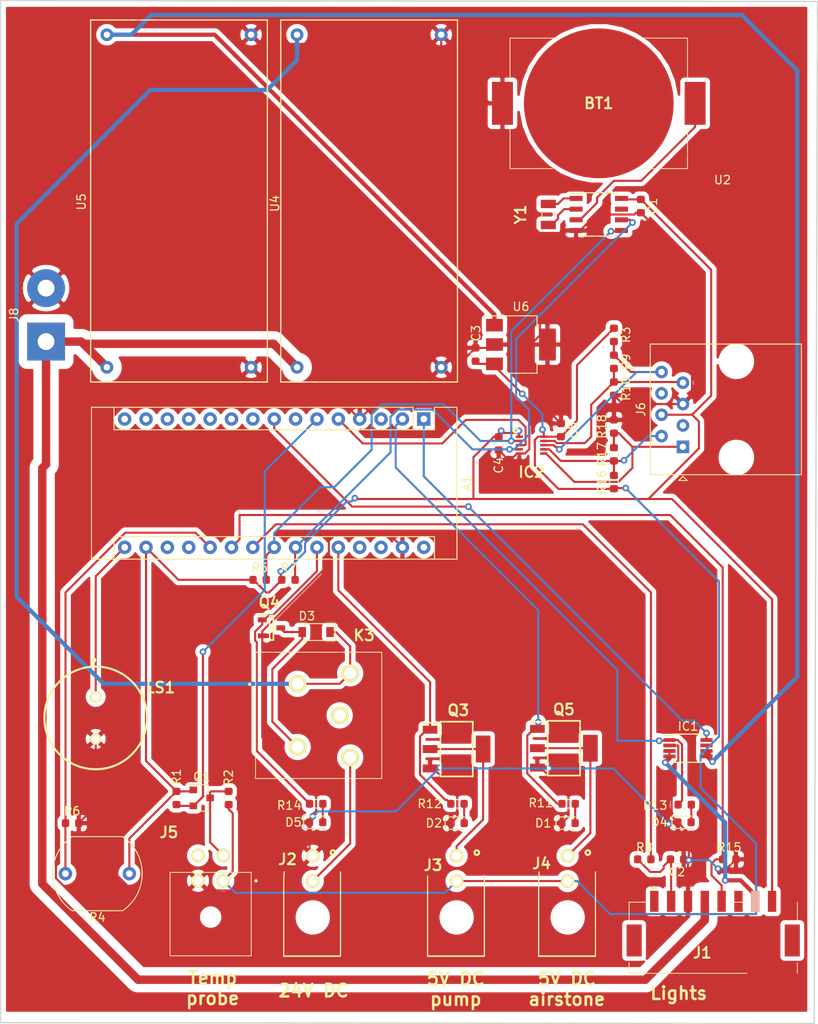
<source format=kicad_pcb>
(kicad_pcb (version 20171130) (host pcbnew "(5.1.2)-2")
  (layers (0 F.Cu signal) (31 B.Cu signal) (34 B.Paste user) (35 F.Paste user) (36 B.SilkS user) (37 F.SilkS user) (38 B.Mask user) (39 F.Mask user) (44 Edge.Cuts user))
  (net 0 "")
  (net 1 /fan)
  (net 2 +3V3)
  (net 3 GND)
  (net 4 /mistmaker)
  (net 5 /Temp_data_3V3)
  (net 6 "Net-(A1-Pad23)")
  (net 7 "Net-(A1-Pad24)")
  (net 8 "Net-(A1-Pad16)")
  (net 9 "Net-(BT1-Pad1)")
  (net 10 "Net-(D1-Pad2)")
  (net 11 +24V)
  (net 12 "Net-(D2-Pad2)")
  (net 13 "Net-(D3-Pad2)")
  (net 14 "Net-(J2-Pad1)")
  (net 15 +36V)
  (net 16 +5V)
  (net 17 /temp_data_5V)
  (net 18 "Net-(U2-Pad1)")
  (net 19 "Net-(U2-Pad2)")
  (net 20 "Net-(D4-Pad2)")
  (net 21 /airstone_pump)
  (net 22 /LDR)
  (net 23 /ADJ)
  (net 24 "Net-(D5-Pad2)")
  (net 25 +12V)
  (net 26 /pump)
  (net 27 /NTC)
  (net 28 "Net-(J3-Pad2)")
  (net 29 "Net-(J4-Pad2)")
  (net 30 /fan_status)
  (net 31 /ADJ_LED)
  (net 32 /EN)
  (net 33 /DSCL-)
  (net 34 /DSCL+)
  (net 35 /DSDA-)
  (net 36 /DSDA+)
  (net 37 /12V_Fan)
  (module footprints:5055780871 (layer F.Cu) (at 159.8 171.9)
    (fp_text reference J1 (at 1.7 2.7) (layer F.SilkS) (effects (font (size 1.27 1.27) (thickness 0.254))))
    (fp_text value 5055780871 hide)
    (pad 1 smd rect (at -4 -3.412) (size 1 2.5) (layers F.Cu F.Paste F.Mask))
    (pad 2 smd rect (at -2 -3.412) (size 1 2.5) (layers F.Cu F.Paste F.Mask) (net 31 /ADJ_LED))
    (pad 3 smd rect (at 0 -3.412) (size 1 2.5) (layers F.Cu F.Paste F.Mask) (net 3 GND))
    (pad 4 smd rect (at 2 -3.412) (size 1 2.5) (layers F.Cu F.Paste F.Mask) (net 15 +36V))
    (pad 5 smd rect (at 4 -3.412) (size 1 2.5) (layers F.Cu F.Paste F.Mask) (net 27 /NTC))
    (pad MP1 smd rect (at -6.4 1.238) (size 1.8 3.8) (layers F.Cu F.Paste F.Mask))
    (pad MP2 smd rect (at 12.4 1.238) (size 1.8 3.8) (layers F.Cu F.Paste F.Mask))
    (pad 6 smd rect (at 6 -3.412) (size 1 2.5) (layers F.Cu F.Paste F.Mask))
    (pad 7 smd rect (at 8 -3.412) (size 1 2.5) (layers F.Cu F.Paste B.SilkS F.Mask) (net 37 /12V_Fan))
    (pad 8 smd rect (at 10 -3.412) (size 1 2.5) (layers F.Cu F.Paste F.Mask) (net 2 +3V3))
  )
  (module Package_TO_SOT_SMD:SOT-223-3_TabPin2 (layer F.Cu) (at 139.95 102.35)
    (fp_text reference U6 (at 0 -4.5) (layer F.SilkS))
    (fp_text value TC1262-50)
    (pad 2 smd rect (at 3.15 0) (size 2 3.8) (layers F.Cu F.Paste F.Mask) (net 3 GND))
    (pad 2 smd rect (at -3.15 0) (size 2 1.5) (layers F.Cu F.Paste F.Mask) (net 3 GND))
    (pad 3 smd rect (at -3.15 2.3) (size 2 1.5) (layers F.Cu F.Paste F.Mask) (net 16 +5V))
    (pad 1 smd rect (at -3.15 -2.3) (size 2 1.5) (layers F.Cu F.Paste F.Mask) (net 25 +12V))
  )
  (module Module:Arduino_Nano (layer F.Cu) (at 128.4 111.2 270)
    (fp_text reference A1 (at 7.62 -5.08 270) (layer F.SilkS))
    (fp_text value Arduino_Nano_v2.x)
    (pad 1 thru_hole rect (at 0 0 270) (size 1.6 1.6) (drill 0.8) (layers *.Cu *.Mask) (net 1 /fan))
    (pad 17 thru_hole oval (at 15.24 33.02 270) (size 1.6 1.6) (drill 0.8) (layers *.Cu *.Mask) (net 2 +3V3))
    (pad 2 thru_hole oval (at 0 2.54 270) (size 1.6 1.6) (drill 0.8) (layers *.Cu *.Mask) (net 21 /airstone_pump))
    (pad 18 thru_hole oval (at 15.24 30.48 270) (size 1.6 1.6) (drill 0.8) (layers *.Cu *.Mask))
    (pad 3 thru_hole oval (at 0 5.08 270) (size 1.6 1.6) (drill 0.8) (layers *.Cu *.Mask))
    (pad 19 thru_hole oval (at 15.24 27.94 270) (size 1.6 1.6) (drill 0.8) (layers *.Cu *.Mask))
    (pad 4 thru_hole oval (at 0 7.62 270) (size 1.6 1.6) (drill 0.8) (layers *.Cu *.Mask) (net 3 GND))
    (pad 20 thru_hole oval (at 15.24 25.4 270) (size 1.6 1.6) (drill 0.8) (layers *.Cu *.Mask) (net 22 /LDR))
    (pad 5 thru_hole oval (at 0 10.16 270) (size 1.6 1.6) (drill 0.8) (layers *.Cu *.Mask) (net 32 /EN))
    (pad 21 thru_hole oval (at 15.24 22.86 270) (size 1.6 1.6) (drill 0.8) (layers *.Cu *.Mask) (net 27 /NTC))
    (pad 6 thru_hole oval (at 0 12.7 270) (size 1.6 1.6) (drill 0.8) (layers *.Cu *.Mask) (net 5 /Temp_data_3V3))
    (pad 22 thru_hole oval (at 15.24 20.32 270) (size 1.6 1.6) (drill 0.8) (layers *.Cu *.Mask) (net 23 /ADJ))
    (pad 7 thru_hole oval (at 0 15.24 270) (size 1.6 1.6) (drill 0.8) (layers *.Cu *.Mask))
    (pad 23 thru_hole oval (at 15.24 17.78 270) (size 1.6 1.6) (drill 0.8) (layers *.Cu *.Mask) (net 6 "Net-(A1-Pad23)"))
    (pad 8 thru_hole oval (at 0 17.78 270) (size 1.6 1.6) (drill 0.8) (layers *.Cu *.Mask) (net 30 /fan_status))
    (pad 24 thru_hole oval (at 15.24 15.24 270) (size 1.6 1.6) (drill 0.8) (layers *.Cu *.Mask) (net 7 "Net-(A1-Pad24)"))
    (pad 9 thru_hole oval (at 0 20.32 270) (size 1.6 1.6) (drill 0.8) (layers *.Cu *.Mask))
    (pad 25 thru_hole oval (at 15.24 12.7 270) (size 1.6 1.6) (drill 0.8) (layers *.Cu *.Mask) (net 4 /mistmaker))
    (pad 10 thru_hole oval (at 0 22.86 270) (size 1.6 1.6) (drill 0.8) (layers *.Cu *.Mask))
    (pad 26 thru_hole oval (at 15.24 10.16 270) (size 1.6 1.6) (drill 0.8) (layers *.Cu *.Mask) (net 26 /pump))
    (pad 11 thru_hole oval (at 0 25.4 270) (size 1.6 1.6) (drill 0.8) (layers *.Cu *.Mask))
    (pad 27 thru_hole oval (at 15.24 7.62 270) (size 1.6 1.6) (drill 0.8) (layers *.Cu *.Mask))
    (pad 12 thru_hole oval (at 0 27.94 270) (size 1.6 1.6) (drill 0.8) (layers *.Cu *.Mask))
    (pad 28 thru_hole oval (at 15.24 5.08 270) (size 1.6 1.6) (drill 0.8) (layers *.Cu *.Mask))
    (pad 13 thru_hole oval (at 0 30.48 270) (size 1.6 1.6) (drill 0.8) (layers *.Cu *.Mask))
    (pad 29 thru_hole oval (at 15.24 2.54 270) (size 1.6 1.6) (drill 0.8) (layers *.Cu *.Mask) (net 3 GND))
    (pad 14 thru_hole oval (at 0 33.02 270) (size 1.6 1.6) (drill 0.8) (layers *.Cu *.Mask))
    (pad 30 thru_hole oval (at 15.24 0 270) (size 1.6 1.6) (drill 0.8) (layers *.Cu *.Mask))
    (pad 15 thru_hole oval (at 0 35.56 270) (size 1.6 1.6) (drill 0.8) (layers *.Cu *.Mask))
    (pad 16 thru_hole oval (at 15.24 35.56 270) (size 1.6 1.6) (drill 0.8) (layers *.Cu *.Mask) (net 8 "Net-(A1-Pad16)"))
  )
  (module Kicad_mylib:LM2596_module (layer F.Cu) (at 121.9 85.3 90)
    (fp_text reference U4 (at -0.3 -11.2 90) (layer F.SilkS))
    (fp_text value DCDC_lm2596)
    (pad 4 thru_hole circle (at 19.75 -8.57 90) (size 1.524 1.524) (drill 0.762) (layers *.Cu *.Mask) (net 11 +24V))
    (pad 3 thru_hole circle (at 19.75 8.57 90) (size 1.524 1.524) (drill 0.762) (layers *.Cu *.Mask) (net 3 GND))
    (pad 2 thru_hole circle (at -19.75 8.57 90) (size 1.524 1.524) (drill 0.762) (layers *.Cu *.Mask) (net 3 GND))
    (pad 1 thru_hole circle (at -19.75 -8.57 90) (size 1.524 1.524) (drill 0.762) (layers *.Cu *.Mask) (net 15 +36V))
  )
  (module SamacSys_Parts:BATHLD001 (layer F.Cu) (at 149.2 73.7)
    (fp_text reference BT1 (at 0 0) (layer F.SilkS) (effects (font (size 1.27 1.27) (thickness 0.254))))
    (fp_text value Battery_Cell hide)
    (pad 1 smd rect (at 11.45 0) (size 2.5 5.1) (layers F.Cu F.Paste F.Mask) (net 9 "Net-(BT1-Pad1)"))
    (pad 2 smd rect (at -11.45 0) (size 2.5 5.1) (layers F.Cu F.Paste F.Mask) (net 3 GND))
    (pad 3 smd circle (at 0 0 90) (size 17.8 17.8) (layers F.Cu F.Paste F.Mask))
  )
  (module Capacitor_SMD:C_0603_1608Metric (layer F.Cu) (at 154.2 85.9 270)
    (fp_text reference C1 (at 0 -1.43 270) (layer F.SilkS))
    (fp_text value 0.1uF)
    (pad 1 smd roundrect (at -0.7875 0 270) (size 0.875 0.95) (layers F.Cu F.Paste F.Mask) (net 2 +3V3))
    (pad 2 smd roundrect (at 0.7875 0 270) (size 0.875 0.95) (layers F.Cu F.Paste F.Mask) (net 3 GND))
  )
  (module Diode_SMD:D_SOD-123 (layer F.Cu) (at 115.6 136.5 180)
    (fp_text reference D3 (at 1.1 1.9 180) (layer F.SilkS))
    (fp_text value MBR0520)
    (pad 1 smd rect (at -1.65 0 180) (size 0.9 1.2) (layers F.Cu F.Paste F.Mask) (net 11 +24V))
    (pad 2 smd rect (at 1.65 0 180) (size 0.9 1.2) (layers F.Cu F.Paste F.Mask) (net 13 "Net-(D3-Pad2)"))
  )
  (module SamacSys_Parts:430450401 (layer F.Cu) (at 103.4 169)
    (fp_text reference J5 (at -5.3 -8.7) (layer F.SilkS) (effects (font (size 1.27 1.27) (thickness 0.254))))
    (fp_text value 43045-0401 hide)
    (pad 1 thru_hole circle (at 1.163 -2.96 90) (size 1.605 1.605) (drill 1.07) (layers *.Cu *.Mask F.SilkS) (net 16 +5V))
    (pad 2 thru_hole circle (at -1.837 -2.96 90) (size 1.605 1.605) (drill 1.07) (layers *.Cu *.Mask F.SilkS) (net 3 GND))
    (pad 3 thru_hole circle (at 1.163 -5.96 90) (size 1.605 1.605) (drill 1.07) (layers *.Cu *.Mask F.SilkS) (net 17 /temp_data_5V))
    (pad 4 thru_hole circle (at -1.837 -5.96 90) (size 1.605 1.605) (drill 1.07) (layers *.Cu *.Mask F.SilkS))
    (pad 5 thru_hole circle (at -0.337 1.36 90) (size 1.525 1.525) (drill 3.05) (layers *.Cu *.Mask F.SilkS))
  )
  (module SamacSys_Parts:PB114024 (layer F.Cu) (at 108.4 146.4)
    (fp_text reference K3 (at 12.9 -9.5) (layer F.SilkS) (effects (font (size 1.27 1.27) (thickness 0.254))))
    (fp_text value PB114024 hide)
    (pad 11 thru_hole circle (at 11.25 -5 90) (size 2.1 2.1) (drill 1.4) (layers *.Cu *.Mask F.SilkS) (net 11 +24V))
    (pad 12 thru_hole circle (at 10 0 90) (size 2.1 2.1) (drill 1.4) (layers *.Cu *.Mask F.SilkS))
    (pad 14 thru_hole circle (at 11.25 5 90) (size 2.1 2.1) (drill 1.4) (layers *.Cu *.Mask F.SilkS) (net 14 "Net-(J2-Pad1)"))
    (pad A1 thru_hole circle (at 5 -3.75 90) (size 2.1 2.1) (drill 1.4) (layers *.Cu *.Mask F.SilkS) (net 11 +24V))
    (pad A2 thru_hole circle (at 5 3.75 90) (size 2.1 2.1) (drill 1.4) (layers *.Cu *.Mask F.SilkS) (net 13 "Net-(D3-Pad2)"))
  )
  (module SamacSys_Parts:PS1240P02BT (layer F.Cu) (at 89.4 146.7)
    (fp_text reference LS1 (at 7.7 -3.6) (layer F.SilkS) (effects (font (size 1.27 1.27) (thickness 0.254))))
    (fp_text value PS1240P02BT hide)
    (pad 1 thru_hole circle (at 0 -2.5 90) (size 1.35 1.35) (drill 0.85) (layers *.Cu *.Mask F.SilkS) (net 8 "Net-(A1-Pad16)"))
    (pad 2 thru_hole circle (at 0 2.5 90) (size 1.35 1.35) (drill 0.85) (layers *.Cu *.Mask F.SilkS) (net 3 GND))
  )
  (module Package_TO_SOT_SMD:SOT-23 (layer F.Cu) (at 102 156.2)
    (fp_text reference Q1 (at 0 -2.5) (layer F.SilkS))
    (fp_text value BSS138)
    (pad 1 smd rect (at -1 -0.95) (size 0.9 0.8) (layers F.Cu F.Paste F.Mask) (net 2 +3V3))
    (pad 2 smd rect (at -1 0.95) (size 0.9 0.8) (layers F.Cu F.Paste F.Mask) (net 5 /Temp_data_3V3))
    (pad 3 smd rect (at 1 0) (size 0.9 0.8) (layers F.Cu F.Paste F.Mask) (net 17 /temp_data_5V))
  )
  (module SamacSys_Parts:SOT95P230X110-3N (layer F.Cu) (at 110.3 136)
    (fp_text reference Q4 (at -0.25 -3) (layer F.SilkS) (effects (font (size 1.27 1.27) (thickness 0.254))))
    (fp_text value PDTD113ET,215 hide)
    (pad 1 smd rect (at -1.1 -0.95 90) (size 0.6 1.05) (layers F.Cu F.Paste F.Mask) (net 4 /mistmaker))
    (pad 2 smd rect (at -1.1 0.95 90) (size 0.6 1.05) (layers F.Cu F.Paste F.Mask) (net 3 GND))
    (pad 3 smd rect (at 1.1 0 90) (size 0.6 1.05) (layers F.Cu F.Paste F.Mask) (net 13 "Net-(D3-Pad2)"))
  )
  (module Resistor_SMD:R_0603_1608Metric (layer F.Cu) (at 99 156.2125 270)
    (fp_text reference R1 (at -2.5125 0 270) (layer F.SilkS))
    (fp_text value 10k)
    (pad 2 smd roundrect (at 0.7875 0 270) (size 0.875 0.95) (layers F.Cu F.Paste F.Mask) (net 5 /Temp_data_3V3))
    (pad 1 smd roundrect (at -0.7875 0 270) (size 0.875 0.95) (layers F.Cu F.Paste F.Mask) (net 2 +3V3))
  )
  (module Resistor_SMD:R_0603_1608Metric (layer F.Cu) (at 105.2 156.2125 90)
    (fp_text reference R2 (at 2.4125 0 90) (layer F.SilkS))
    (fp_text value 10k)
    (pad 1 smd roundrect (at -0.7875 0 90) (size 0.875 0.95) (layers F.Cu F.Paste F.Mask) (net 16 +5V))
    (pad 2 smd roundrect (at 0.7875 0 90) (size 0.875 0.95) (layers F.Cu F.Paste F.Mask) (net 17 /temp_data_5V))
  )
  (module OptoDevice:R_LDR_10x8.5mm_P7.6mm_Vertical (layer F.Cu) (at 93.4 165.2 180)
    (fp_text reference R4 (at 3.8 -5.2 180) (layer F.SilkS))
    (fp_text value LDR03)
    (pad 1 thru_hole circle (at 0 0 180) (size 1.6 1.6) (drill 0.8) (layers *.Cu *.Mask) (net 2 +3V3))
    (pad 2 thru_hole circle (at 7.6 0 180) (size 1.6 1.6) (drill 0.8) (layers *.Cu *.Mask) (net 22 /LDR))
  )
  (module Resistor_SMD:R_0603_1608Metric (layer F.Cu) (at 108.8875 130.3)
    (fp_text reference R5 (at 0 -1.43) (layer F.SilkS))
    (fp_text value 10K)
    (pad 2 smd roundrect (at 0.7875 0) (size 0.875 0.95) (layers F.Cu F.Paste F.Mask) (net 6 "Net-(A1-Pad23)"))
    (pad 1 smd roundrect (at -0.7875 0) (size 0.875 0.95) (layers F.Cu F.Paste F.Mask) (net 2 +3V3))
  )
  (module Resistor_SMD:R_0603_1608Metric (layer F.Cu) (at 86.6 159.2)
    (fp_text reference R6 (at 0 -1.43) (layer F.SilkS))
    (fp_text value 100K)
    (pad 2 smd roundrect (at 0.7875 0) (size 0.875 0.95) (layers F.Cu F.Paste F.Mask) (net 3 GND))
    (pad 1 smd roundrect (at -0.7875 0) (size 0.875 0.95) (layers F.Cu F.Paste F.Mask) (net 22 /LDR))
  )
  (module Resistor_SMD:R_0603_1608Metric (layer F.Cu) (at 112.3125 130.3)
    (fp_text reference R7 (at 0 -1.43) (layer F.SilkS))
    (fp_text value 10K)
    (pad 1 smd roundrect (at -0.7875 0) (size 0.875 0.95) (layers F.Cu F.Paste F.Mask) (net 2 +3V3))
    (pad 2 smd roundrect (at 0.7875 0) (size 0.875 0.95) (layers F.Cu F.Paste F.Mask) (net 7 "Net-(A1-Pad24)"))
  )
  (module Package_SO:SOIC-8_3.9x4.9mm_P1.27mm (layer F.Cu) (at 149.2 86.9)
    (fp_text reference U2 (at 14.7 -4.1) (layer F.SilkS))
    (fp_text value DS1307Z+)
    (pad 1 smd rect (at -2.7 -1.905) (size 1.55 0.6) (layers F.Cu F.Paste F.Mask) (net 18 "Net-(U2-Pad1)"))
    (pad 2 smd rect (at -2.7 -0.635) (size 1.55 0.6) (layers F.Cu F.Paste F.Mask) (net 19 "Net-(U2-Pad2)"))
    (pad 3 smd rect (at -2.7 0.635) (size 1.55 0.6) (layers F.Cu F.Paste F.Mask) (net 9 "Net-(BT1-Pad1)"))
    (pad 4 smd rect (at -2.7 1.905) (size 1.55 0.6) (layers F.Cu F.Paste F.Mask) (net 3 GND))
    (pad 5 smd rect (at 2.7 1.905) (size 1.55 0.6) (layers F.Cu F.Paste F.Mask) (net 6 "Net-(A1-Pad23)"))
    (pad 6 smd rect (at 2.7 0.635) (size 1.55 0.6) (layers F.Cu F.Paste F.Mask) (net 7 "Net-(A1-Pad24)"))
    (pad 7 smd rect (at 2.7 -0.635) (size 1.55 0.6) (layers F.Cu F.Paste F.Mask))
    (pad 8 smd rect (at 2.7 -1.905) (size 1.55 0.6) (layers F.Cu F.Paste F.Mask) (net 2 +3V3))
  )
  (module Kicad_mylib:LM2596_module (layer F.Cu) (at 99.3 85.3 90)
    (fp_text reference U5 (at -0.1 -11.6 90) (layer F.SilkS))
    (fp_text value DCDC_lm2596)
    (pad 1 thru_hole circle (at -19.75 -8.57 90) (size 1.524 1.524) (drill 0.762) (layers *.Cu *.Mask) (net 15 +36V))
    (pad 2 thru_hole circle (at -19.75 8.57 90) (size 1.524 1.524) (drill 0.762) (layers *.Cu *.Mask) (net 3 GND))
    (pad 3 thru_hole circle (at 19.75 8.57 90) (size 1.524 1.524) (drill 0.762) (layers *.Cu *.Mask) (net 3 GND))
    (pad 4 thru_hole circle (at 19.75 -8.57 90) (size 1.524 1.524) (drill 0.762) (layers *.Cu *.Mask) (net 25 +12V))
  )
  (module SamacSys_Parts:FC135327680KAAG0 (layer F.Cu) (at 143.2 86.9 270)
    (fp_text reference Y1 (at 0 3.3 270) (layer F.SilkS) (effects (font (size 1.27 1.27) (thickness 0.254))))
    (fp_text value Crystal hide)
    (pad 1 smd rect (at -1.25 0 270) (size 1 1.8) (layers F.Cu F.Paste F.Mask) (net 18 "Net-(U2-Pad1)"))
    (pad 2 smd rect (at 1.25 0 270) (size 1 1.8) (layers F.Cu F.Paste F.Mask) (net 19 "Net-(U2-Pad2)"))
  )
  (module Capacitor_SMD:C_0603_1608Metric (layer F.Cu) (at 158.5025 163.5 180)
    (fp_text reference C2 (at 0 -1.5 180) (layer F.SilkS))
    (fp_text value 1uF)
    (pad 1 smd roundrect (at -0.7875 0 180) (size 0.875 0.95) (layers F.Cu F.Paste F.Mask) (net 3 GND))
    (pad 2 smd roundrect (at 0.7875 0 180) (size 0.875 0.95) (layers F.Cu F.Paste F.Mask) (net 31 /ADJ_LED))
  )
  (module Connector_Wire:SolderWirePad_1x02_P7.62mm_Drill2mm (layer F.Cu) (at 83.5 102 90)
    (fp_text reference J8 (at 3.175 -3.81 90) (layer F.SilkS))
    (fp_text value Conn_01x02)
    (pad 1 thru_hole rect (at 0 0 90) (size 4.50088 4.50088) (drill 1.99898) (layers *.Cu *.Mask) (net 15 +36V))
    (pad 2 thru_hole circle (at 6.35 0 90) (size 4.50088 4.50088) (drill 1.99898) (layers *.Cu *.Mask) (net 3 GND))
  )
  (module Resistor_SMD:R_0603_1608Metric (layer F.Cu) (at 154.6075 163.5)
    (fp_text reference R8 (at 0 -1.43) (layer F.SilkS))
    (fp_text value 10K)
    (pad 1 smd roundrect (at -0.7875 0) (size 0.875 0.95) (layers F.Cu F.Paste F.Mask) (net 31 /ADJ_LED))
    (pad 2 smd roundrect (at 0.7875 0) (size 0.875 0.95) (layers F.Cu F.Paste F.Mask) (net 23 /ADJ))
  )
  (module Capacitor_SMD:C_0603_1608Metric (layer F.Cu) (at 134.55 103.5375 270)
    (fp_text reference C3 (at -2.5375 -0.05 270) (layer F.SilkS))
    (fp_text value 1uF)
    (pad 1 smd roundrect (at -0.7875 0 270) (size 0.875 0.95) (layers F.Cu F.Paste F.Mask) (net 3 GND))
    (pad 2 smd roundrect (at 0.7875 0 270) (size 0.875 0.95) (layers F.Cu F.Paste F.Mask) (net 16 +5V))
  )
  (module LED_SMD:LED_0603_1608Metric (layer F.Cu) (at 145.6 159.2)
    (fp_text reference D1 (at -3 0) (layer F.SilkS))
    (fp_text value LED)
    (pad 2 smd roundrect (at 0.7875 0) (size 0.875 0.95) (layers F.Cu F.Paste F.Mask) (net 10 "Net-(D1-Pad2)"))
    (pad 1 smd roundrect (at -0.7875 0) (size 0.875 0.95) (layers F.Cu F.Paste F.Mask) (net 3 GND))
  )
  (module LED_SMD:LED_0603_1608Metric (layer F.Cu) (at 132.4125 159.2)
    (fp_text reference D2 (at -2.8125 0) (layer F.SilkS))
    (fp_text value LED)
    (pad 1 smd roundrect (at -0.7875 0) (size 0.875 0.95) (layers F.Cu F.Paste F.Mask) (net 3 GND))
    (pad 2 smd roundrect (at 0.7875 0) (size 0.875 0.95) (layers F.Cu F.Paste F.Mask) (net 12 "Net-(D2-Pad2)"))
  )
  (module LED_SMD:LED_0603_1608Metric (layer F.Cu) (at 159.3875 159.1)
    (fp_text reference D4 (at -2.9875 0) (layer F.SilkS))
    (fp_text value LED)
    (pad 1 smd roundrect (at -0.7875 0) (size 0.875 0.95) (layers F.Cu F.Paste F.Mask) (net 3 GND))
    (pad 2 smd roundrect (at 0.7875 0) (size 0.875 0.95) (layers F.Cu F.Paste F.Mask) (net 20 "Net-(D4-Pad2)"))
  )
  (module LED_SMD:LED_0603_1608Metric (layer F.Cu) (at 115.6 159.1)
    (fp_text reference D5 (at -2.7 0) (layer F.SilkS))
    (fp_text value LED)
    (pad 2 smd roundrect (at 0.7875 0) (size 0.875 0.95) (layers F.Cu F.Paste F.Mask) (net 24 "Net-(D5-Pad2)"))
    (pad 1 smd roundrect (at -0.7875 0) (size 0.875 0.95) (layers F.Cu F.Paste F.Mask) (net 3 GND))
  )
  (module Package_SO:MSOP-8_3x3mm_P0.65mm (layer F.Cu) (at 159.8 150.3)
    (fp_text reference IC1 (at 0 -2.6) (layer F.SilkS))
    (fp_text value BD1HD500FVM-CTR)
    (pad 1 smd rect (at -2.2 -0.975) (size 1.45 0.45) (layers F.Cu F.Paste F.Mask) (net 1 /fan))
    (pad 2 smd rect (at -2.2 -0.325) (size 1.45 0.45) (layers F.Cu F.Paste F.Mask) (net 3 GND))
    (pad 3 smd rect (at -2.2 0.325) (size 1.45 0.45) (layers F.Cu F.Paste F.Mask) (net 37 /12V_Fan))
    (pad 4 smd rect (at -2.2 0.975) (size 1.45 0.45) (layers F.Cu F.Paste F.Mask) (net 37 /12V_Fan))
    (pad 5 smd rect (at 2.2 0.975) (size 1.45 0.45) (layers F.Cu F.Paste F.Mask) (net 25 +12V))
    (pad 6 smd rect (at 2.2 0.325) (size 1.45 0.45) (layers F.Cu F.Paste F.Mask) (net 25 +12V))
    (pad 7 smd rect (at 2.2 -0.325) (size 1.45 0.45) (layers F.Cu F.Paste F.Mask))
    (pad 8 smd rect (at 2.2 -0.975) (size 1.45 0.45) (layers F.Cu F.Paste F.Mask) (net 30 /fan_status))
  )
  (module SamacSys_Parts:SOT230P700X180-4N (layer F.Cu) (at 132.3 150.4)
    (fp_text reference Q3 (at 0.2 -4.6) (layer F.SilkS) (effects (font (size 1.27 1.27) (thickness 0.254))))
    (fp_text value BSP76_E6433 hide)
    (pad 1 smd rect (at -3.15 -2.3 90) (size 0.95 1.75) (layers F.Cu F.Paste F.Mask) (net 26 /pump))
    (pad 2 smd rect (at -3.15 0 90) (size 0.95 1.75) (layers F.Cu F.Paste F.Mask) (net 28 "Net-(J3-Pad2)"))
    (pad 3 smd rect (at -3.15 2.3 90) (size 0.95 1.75) (layers F.Cu F.Paste F.Mask) (net 3 GND))
    (pad 4 smd rect (at 3.15 0) (size 1.75 3.2) (layers F.Cu F.Paste F.Mask) (net 28 "Net-(J3-Pad2)"))
  )
  (module SamacSys_Parts:SOT230P700X180-4N (layer F.Cu) (at 145.05 150.3)
    (fp_text reference Q5 (at 0 -4.6) (layer F.SilkS) (effects (font (size 1.27 1.27) (thickness 0.254))))
    (fp_text value BSP76_E6433 hide)
    (pad 4 smd rect (at 3.15 0) (size 1.75 3.2) (layers F.Cu F.Paste F.Mask) (net 29 "Net-(J4-Pad2)"))
    (pad 3 smd rect (at -3.15 2.3 90) (size 0.95 1.75) (layers F.Cu F.Paste F.Mask) (net 3 GND))
    (pad 2 smd rect (at -3.15 0 90) (size 0.95 1.75) (layers F.Cu F.Paste F.Mask) (net 29 "Net-(J4-Pad2)"))
    (pad 1 smd rect (at -3.15 -2.3 90) (size 0.95 1.75) (layers F.Cu F.Paste F.Mask) (net 21 /airstone_pump))
  )
  (module Resistor_SMD:R_0603_1608Metric (layer F.Cu) (at 145.6125 156.9)
    (fp_text reference R11 (at -3.3125 -0.1) (layer F.SilkS))
    (fp_text value 1k)
    (pad 1 smd roundrect (at -0.7875 0) (size 0.875 0.95) (layers F.Cu F.Paste F.Mask) (net 21 /airstone_pump))
    (pad 2 smd roundrect (at 0.7875 0) (size 0.875 0.95) (layers F.Cu F.Paste F.Mask) (net 10 "Net-(D1-Pad2)"))
  )
  (module Resistor_SMD:R_0603_1608Metric (layer F.Cu) (at 132.4 156.9)
    (fp_text reference R12 (at -3.3 0) (layer F.SilkS))
    (fp_text value 1k)
    (pad 2 smd roundrect (at 0.7875 0) (size 0.875 0.95) (layers F.Cu F.Paste F.Mask) (net 12 "Net-(D2-Pad2)"))
    (pad 1 smd roundrect (at -0.7875 0) (size 0.875 0.95) (layers F.Cu F.Paste F.Mask) (net 26 /pump))
  )
  (module Resistor_SMD:R_0603_1608Metric (layer F.Cu) (at 159.4125 157)
    (fp_text reference R13 (at -3.5125 0.1) (layer F.SilkS))
    (fp_text value 1k)
    (pad 1 smd roundrect (at -0.7875 0) (size 0.875 0.95) (layers F.Cu F.Paste F.Mask) (net 1 /fan))
    (pad 2 smd roundrect (at 0.7875 0) (size 0.875 0.95) (layers F.Cu F.Paste F.Mask) (net 20 "Net-(D4-Pad2)"))
  )
  (module Resistor_SMD:R_0603_1608Metric (layer F.Cu) (at 115.6125 156.9)
    (fp_text reference R14 (at -3.2125 0.2) (layer F.SilkS))
    (fp_text value 1k)
    (pad 2 smd roundrect (at 0.7875 0) (size 0.875 0.95) (layers F.Cu F.Paste F.Mask) (net 24 "Net-(D5-Pad2)"))
    (pad 1 smd roundrect (at -0.7875 0) (size 0.875 0.95) (layers F.Cu F.Paste F.Mask) (net 4 /mistmaker))
  )
  (module Kicad_mylib:Molex_43045-0200 (layer F.Cu) (at 132.3 170.4)
    (fp_text reference J3 (at -2.8 -6.2) (layer F.SilkS) (effects (font (size 1.27 1.27) (thickness 0.254))))
    (fp_text value 43045-0200 hide)
    (pad 1 thru_hole circle (at 0 -4.32 90) (size 1.62 1.62) (drill 1.07) (layers *.Cu *.Mask F.SilkS) (net 16 +5V))
    (pad 2 thru_hole circle (at 0 -7.32 90) (size 1.62 1.62) (drill 1.07) (layers *.Cu *.Mask F.SilkS) (net 28 "Net-(J3-Pad2)"))
    (pad 3 thru_hole circle (at 0 0 90) (size 3.05 3.05) (drill 3.05) (layers *.Cu *.Mask F.SilkS))
  )
  (module Kicad_mylib:Molex_43045-0200 (layer F.Cu) (at 115.2 170.4)
    (fp_text reference J2 (at -3 -6.9) (layer F.SilkS) (effects (font (size 1.27 1.27) (thickness 0.254))))
    (fp_text value 43045-0200 hide)
    (pad 1 thru_hole circle (at 0 -4.32 90) (size 1.62 1.62) (drill 1.07) (layers *.Cu *.Mask F.SilkS) (net 14 "Net-(J2-Pad1)"))
    (pad 2 thru_hole circle (at 0 -7.32 90) (size 1.62 1.62) (drill 1.07) (layers *.Cu *.Mask F.SilkS) (net 3 GND))
    (pad 3 thru_hole circle (at 0 0 90) (size 3.05 3.05) (drill 3.05) (layers *.Cu *.Mask F.SilkS))
  )
  (module Kicad_mylib:Molex_43045-0200 (layer F.Cu) (at 145.5 170.4)
    (fp_text reference J4 (at -3.1 -6.4) (layer F.SilkS) (effects (font (size 1.27 1.27) (thickness 0.254))))
    (fp_text value 43045-0200 hide)
    (pad 3 thru_hole circle (at 0 0 90) (size 3.05 3.05) (drill 3.05) (layers *.Cu *.Mask F.SilkS))
    (pad 2 thru_hole circle (at 0 -7.32 90) (size 1.62 1.62) (drill 1.07) (layers *.Cu *.Mask F.SilkS) (net 29 "Net-(J4-Pad2)"))
    (pad 1 thru_hole circle (at 0 -4.32 90) (size 1.62 1.62) (drill 1.07) (layers *.Cu *.Mask F.SilkS) (net 16 +5V))
  )
  (module Resistor_SMD:R_0603_1608Metric (layer F.Cu) (at 164.7125 163.5)
    (fp_text reference R15 (at 0 -1.43) (layer F.SilkS))
    (fp_text value 10K)
    (pad 1 smd roundrect (at -0.7875 0) (size 0.875 0.95) (layers F.Cu F.Paste F.Mask) (net 27 /NTC))
    (pad 2 smd roundrect (at 0.7875 0) (size 0.875 0.95) (layers F.Cu F.Paste F.Mask) (net 3 GND))
  )
  (module Capacitor_SMD:C_0603_1608Metric (layer F.Cu) (at 137.3 114.1 270)
    (fp_text reference C4 (at 2.6 0 90) (layer F.SilkS))
    (fp_text value 0.1uF)
    (pad 2 smd roundrect (at 0.7875 0 270) (size 0.875 0.95) (layers F.Cu F.Paste F.Mask) (net 3 GND))
    (pad 1 smd roundrect (at -0.7875 0 270) (size 0.875 0.95) (layers F.Cu F.Paste F.Mask) (net 2 +3V3))
  )
  (module Capacitor_SMD:C_0603_1608Metric (layer F.Cu) (at 144.7 112.5125 270)
    (fp_text reference C5 (at 0 -1.43 90) (layer F.SilkS))
    (fp_text value 1uF)
    (pad 1 smd roundrect (at -0.7875 0 270) (size 0.875 0.95) (layers F.Cu F.Paste F.Mask) (net 3 GND))
    (pad 2 smd roundrect (at 0.7875 0 270) (size 0.875 0.95) (layers F.Cu F.Paste F.Mask) (net 16 +5V))
  )
  (module Connector_RJ:RJ45_Amphenol_54602-x08_Horizontal (layer F.Cu) (at 159.2 114.5 90)
    (fp_text reference J6 (at 4.445 -5 90) (layer F.SilkS))
    (fp_text value RJ45)
    (pad "" np_thru_hole circle (at 10.16 6.35 90) (size 3.2 3.2) (drill 3.2) (layers *.Cu *.Mask))
    (pad "" np_thru_hole circle (at -1.27 6.35 90) (size 3.2 3.2) (drill 3.2) (layers *.Cu *.Mask))
    (pad 1 thru_hole rect (at 0 0 90) (size 1.5 1.5) (drill 0.76) (layers *.Cu *.Mask) (net 33 /DSCL-))
    (pad 2 thru_hole circle (at 1.27 -2.54 90) (size 1.5 1.5) (drill 0.76) (layers *.Cu *.Mask) (net 34 /DSCL+))
    (pad 3 thru_hole circle (at 2.54 0 90) (size 1.5 1.5) (drill 0.76) (layers *.Cu *.Mask))
    (pad 4 thru_hole circle (at 3.81 -2.54 90) (size 1.5 1.5) (drill 0.76) (layers *.Cu *.Mask) (net 2 +3V3))
    (pad 5 thru_hole circle (at 5.08 0 90) (size 1.5 1.5) (drill 0.76) (layers *.Cu *.Mask) (net 3 GND))
    (pad 6 thru_hole circle (at 6.35 -2.54 90) (size 1.5 1.5) (drill 0.76) (layers *.Cu *.Mask))
    (pad 7 thru_hole circle (at 7.62 0 90) (size 1.5 1.5) (drill 0.76) (layers *.Cu *.Mask) (net 35 /DSDA-))
    (pad 8 thru_hole circle (at 8.89 -2.54 90) (size 1.5 1.5) (drill 0.76) (layers *.Cu *.Mask) (net 36 /DSDA+))
  )
  (module Resistor_SMD:R_0603_1608Metric (layer F.Cu) (at 151 101.2 270)
    (fp_text reference R3 (at 0 -1.43 90) (layer F.SilkS))
    (fp_text value 390)
    (pad 1 smd roundrect (at -0.7875 0 270) (size 0.875 0.95) (layers F.Cu F.Paste F.Mask) (net 16 +5V))
    (pad 2 smd roundrect (at 0.7875 0 270) (size 0.875 0.95) (layers F.Cu F.Paste F.Mask) (net 36 /DSDA+))
  )
  (module Resistor_SMD:R_0603_1608Metric (layer F.Cu) (at 151 104.4 270)
    (fp_text reference R9 (at 0 -1.43 90) (layer F.SilkS))
    (fp_text value 100)
    (pad 1 smd roundrect (at -0.7875 0 270) (size 0.875 0.95) (layers F.Cu F.Paste F.Mask) (net 36 /DSDA+))
    (pad 2 smd roundrect (at 0.7875 0 270) (size 0.875 0.95) (layers F.Cu F.Paste F.Mask) (net 35 /DSDA-))
  )
  (module Resistor_SMD:R_0603_1608Metric (layer F.Cu) (at 151 107.5875 270)
    (fp_text reference R10 (at 0 -1.43 90) (layer F.SilkS))
    (fp_text value 390)
    (pad 2 smd roundrect (at 0.7875 0 270) (size 0.875 0.95) (layers F.Cu F.Paste F.Mask) (net 3 GND))
    (pad 1 smd roundrect (at -0.7875 0 270) (size 0.875 0.95) (layers F.Cu F.Paste F.Mask) (net 35 /DSDA-))
  )
  (module Resistor_SMD:R_0603_1608Metric (layer F.Cu) (at 151 118.6875 90)
    (fp_text reference R16 (at 0 -1.43 90) (layer F.SilkS))
    (fp_text value 390)
    (pad 2 smd roundrect (at 0.7875 0 90) (size 0.875 0.95) (layers F.Cu F.Paste F.Mask) (net 34 /DSCL+))
    (pad 1 smd roundrect (at -0.7875 0 90) (size 0.875 0.95) (layers F.Cu F.Paste F.Mask) (net 16 +5V))
  )
  (module Resistor_SMD:R_0603_1608Metric (layer F.Cu) (at 151 115.3875 90)
    (fp_text reference R17 (at 0 -1.43 90) (layer F.SilkS))
    (fp_text value 100)
    (pad 1 smd roundrect (at -0.7875 0 90) (size 0.875 0.95) (layers F.Cu F.Paste F.Mask) (net 34 /DSCL+))
    (pad 2 smd roundrect (at 0.7875 0 90) (size 0.875 0.95) (layers F.Cu F.Paste F.Mask) (net 33 /DSCL-))
  )
  (module Resistor_SMD:R_0603_1608Metric (layer F.Cu) (at 151 112.0875 90)
    (fp_text reference R18 (at 0 -1.43 90) (layer F.SilkS))
    (fp_text value 390)
    (pad 2 smd roundrect (at 0.7875 0 90) (size 0.875 0.95) (layers F.Cu F.Paste F.Mask) (net 3 GND))
    (pad 1 smd roundrect (at -0.7875 0 90) (size 0.875 0.95) (layers F.Cu F.Paste F.Mask) (net 33 /DSCL-))
  )
  (module SamacSys_Parts:QFN50P300X300X100-10N-D (layer F.Cu) (at 141.2 114.3)
    (fp_text reference IC2 (at 0 3.2) (layer F.SilkS) (effects (font (size 1.27 1.27) (thickness 0.254))))
    (fp_text value PCA9615DPJ hide)
    (pad 1 smd rect (at -1.45 -1 90) (size 0.3 0.85) (layers F.Cu F.Paste F.Mask) (net 2 +3V3))
    (pad 2 smd rect (at -1.45 -0.5 90) (size 0.3 0.85) (layers F.Cu F.Paste F.Mask) (net 6 "Net-(A1-Pad23)"))
    (pad 3 smd rect (at -1.45 0 90) (size 0.3 0.85) (layers F.Cu F.Paste F.Mask) (net 32 /EN))
    (pad 4 smd rect (at -1.45 0.5 90) (size 0.3 0.85) (layers F.Cu F.Paste F.Mask) (net 7 "Net-(A1-Pad24)"))
    (pad 5 smd rect (at -1.45 1 90) (size 0.3 0.85) (layers F.Cu F.Paste F.Mask) (net 3 GND))
    (pad 6 smd rect (at 1.45 1 90) (size 0.3 0.85) (layers F.Cu F.Paste F.Mask) (net 33 /DSCL-))
    (pad 7 smd rect (at 1.45 0.5 90) (size 0.3 0.85) (layers F.Cu F.Paste F.Mask) (net 34 /DSCL+))
    (pad 8 smd rect (at 1.45 0 90) (size 0.3 0.85) (layers F.Cu F.Paste F.Mask) (net 36 /DSDA+))
    (pad 9 smd rect (at 1.45 -0.5 90) (size 0.3 0.85) (layers F.Cu F.Paste F.Mask) (net 35 /DSDA-))
    (pad 10 smd rect (at 1.45 -1 90) (size 0.3 0.85) (layers F.Cu F.Paste F.Mask) (net 16 +5V))
  )
  (gr_line (start 78.2 182.9) (end 78.3 182.9) (layer Edge.Cuts) (width 0.15))
  (gr_line (start 78.1 182.9) (end 78.2 182.9) (layer Edge.Cuts) (width 0.15))
  (gr_line (start 78.1 61.5) (end 78.1 182.9) (layer Edge.Cuts) (width 0.15))
  (gr_line (start 175.2 61.6) (end 78.1 61.5) (layer Edge.Cuts) (width 0.15))
  (gr_line (start 174.8 183) (end 175.2 61.6) (layer Edge.Cuts) (width 0.15))
  (gr_line (start 174.8 183) (end 78.3 182.9) (layer Edge.Cuts) (width 0.15))
  (gr_text Lights (at 158.7 179.4) (layer F.SilkS) (effects (font (size 1.5 1.5) (thickness 0.3))))
  (gr_text "Temp\nprobe" (at 103.3 178.8) (layer F.SilkS) (effects (font (size 1.5 1.5) (thickness 0.3))))
  (gr_text "24V DC" (at 115.3 179.1) (layer F.SilkS) (effects (font (size 1.5 1.5) (thickness 0.3))))
  (gr_text "5V DC\nairstone" (at 145.4 178.9) (layer F.SilkS) (effects (font (size 1.5 1.5) (thickness 0.3))))
  (gr_text "5V DC\npump" (at 132.2 178.9) (layer F.SilkS) (effects (font (size 1.5 1.5) (thickness 0.3))))
  (segment (start 159.100012 149.850012) (end 158.575 149.325) (width 0.25) (layer F.Cu) (net 1))
  (segment (start 158.575 149.325) (end 157.6 149.325) (width 0.25) (layer F.Cu) (net 1))
  (segment (start 159.100012 156.524988) (end 159.100012 149.850012) (width 0.25) (layer F.Cu) (net 1))
  (segment (start 158.625 157) (end 159.100012 156.524988) (width 0.25) (layer F.Cu) (net 1))
  (via (at 156.375768 149.417179) (size 0.8) (drill 0.4) (layers F.Cu B.Cu) (net 1))
  (segment (start 151.417179 149.417179) (end 156.375768 149.417179) (width 0.25) (layer B.Cu) (net 1))
  (segment (start 157.507821 149.417179) (end 157.6 149.325) (width 0.25) (layer F.Cu) (net 1))
  (segment (start 156.375768 149.417179) (end 157.507821 149.417179) (width 0.25) (layer F.Cu) (net 1))
  (segment (start 151.417179 149.417179) (end 151.417179 141.017179) (width 0.25) (layer B.Cu) (net 1))
  (segment (start 128.4 118) (end 128.4 111.2) (width 0.25) (layer B.Cu) (net 1))
  (segment (start 151.417179 141.017179) (end 128.4 118) (width 0.25) (layer B.Cu) (net 1))
  (segment (start 100.825 155.425) (end 101 155.25) (width 0.25) (layer F.Cu) (net 2))
  (segment (start 99 155.425) (end 100.825 155.425) (width 0.25) (layer F.Cu) (net 2))
  (segment (start 93.4 161.025) (end 93.4 165.2) (width 0.25) (layer F.Cu) (net 2))
  (segment (start 99 155.425) (end 93.4 161.025) (width 0.25) (layer F.Cu) (net 2))
  (segment (start 95.38 151.805) (end 99 155.425) (width 0.25) (layer F.Cu) (net 2))
  (segment (start 95.38 126.44) (end 95.38 151.805) (width 0.25) (layer F.Cu) (net 2))
  (segment (start 99.24 130.3) (end 95.38 126.44) (width 0.25) (layer F.Cu) (net 2))
  (segment (start 108.1 130.3) (end 99.24 130.3) (width 0.25) (layer F.Cu) (net 2))
  (segment (start 111.525 130.3) (end 110.025 131.8) (width 0.25) (layer F.Cu) (net 2))
  (segment (start 108.22499 130.42499) (end 108.1 130.3) (width 0.25) (layer F.Cu) (net 2))
  (segment (start 108.2864 130.42499) (end 108.22499 130.42499) (width 0.25) (layer F.Cu) (net 2))
  (segment (start 109.66141 131.8) (end 108.2864 130.42499) (width 0.25) (layer F.Cu) (net 2))
  (segment (start 110.025 131.8) (end 109.66141 131.8) (width 0.25) (layer F.Cu) (net 2))
  (via (at 139.7 112.6) (size 0.8) (drill 0.4) (layers F.Cu B.Cu) (net 2))
  (segment (start 139.7 113.25) (end 139.75 113.3) (width 0.25) (layer F.Cu) (net 2))
  (segment (start 139.7 112.6) (end 139.7 113.25) (width 0.25) (layer F.Cu) (net 2))
  (via (at 137.6 112.6) (size 0.8) (drill 0.4) (layers F.Cu B.Cu) (net 2))
  (segment (start 137.3 113.3125) (end 137.3 112.9) (width 0.25) (layer F.Cu) (net 2))
  (segment (start 137.3 112.9) (end 137.6 112.6) (width 0.25) (layer F.Cu) (net 2))
  (via (at 120.2 120.6) (size 0.8) (drill 0.4) (layers F.Cu B.Cu) (net 2))
  (segment (start 120.3 120.7) (end 120.2 120.6) (width 0.25) (layer F.Cu) (net 2))
  (via (at 111.4 129.3) (size 0.8) (drill 0.4) (layers F.Cu B.Cu) (net 2))
  (segment (start 111.4 130.175) (end 111.525 130.3) (width 0.25) (layer F.Cu) (net 2))
  (segment (start 111.4 129.3) (end 111.4 130.175) (width 0.25) (layer F.Cu) (net 2))
  (segment (start 134.3 115.7375) (end 134.3 120.7) (width 0.25) (layer F.Cu) (net 2))
  (segment (start 136.725 113.3125) (end 134.3 115.7375) (width 0.25) (layer F.Cu) (net 2))
  (segment (start 137.3 113.3125) (end 136.725 113.3125) (width 0.25) (layer F.Cu) (net 2))
  (segment (start 134.3 120.7) (end 120.3 120.7) (width 0.25) (layer F.Cu) (net 2))
  (segment (start 156.66 110.69) (end 160.29 110.69) (width 0.25) (layer F.Cu) (net 2))
  (segment (start 160.29 110.69) (end 161.1 111.5) (width 0.25) (layer F.Cu) (net 2))
  (segment (start 155.085002 120.7) (end 140.3 120.7) (width 0.25) (layer F.Cu) (net 2))
  (segment (start 161.1 114.685002) (end 155.085002 120.7) (width 0.25) (layer F.Cu) (net 2))
  (segment (start 161.1 111.5) (end 161.1 114.685002) (width 0.25) (layer F.Cu) (net 2))
  (segment (start 140.6375 120.7) (end 140.3 120.7) (width 0.25) (layer F.Cu) (net 2))
  (segment (start 140.3 120.7) (end 134.3 120.7) (width 0.25) (layer F.Cu) (net 2))
  (segment (start 137.3 113.3125) (end 137.761612 112.850888) (width 0.25) (layer F.Cu) (net 2))
  (segment (start 137.761612 112.850888) (end 139.700888 112.850888) (width 0.25) (layer F.Cu) (net 2))
  (segment (start 139.75 112.9) (end 139.75 113.3) (width 0.25) (layer F.Cu) (net 2))
  (segment (start 139.700888 112.850888) (end 139.75 112.9) (width 0.25) (layer F.Cu) (net 2))
  (segment (start 114.285001 126.980684) (end 111.965685 129.3) (width 0.25) (layer B.Cu) (net 2))
  (segment (start 111.965685 129.3) (end 111.4 129.3) (width 0.25) (layer B.Cu) (net 2))
  (segment (start 114.285001 125.951409) (end 114.285001 126.980684) (width 0.25) (layer B.Cu) (net 2))
  (segment (start 119.800001 120.999999) (end 119.236411 120.999999) (width 0.25) (layer B.Cu) (net 2))
  (segment (start 120.2 120.6) (end 119.800001 120.999999) (width 0.25) (layer B.Cu) (net 2))
  (segment (start 119.236411 120.999999) (end 114.285001 125.951409) (width 0.25) (layer B.Cu) (net 2))
  (segment (start 169.8 168.488) (end 169.8 132.6) (width 0.25) (layer F.Cu) (net 2))
  (segment (start 157.9 120.7) (end 155.085002 120.7) (width 0.25) (layer F.Cu) (net 2))
  (segment (start 169.8 132.6) (end 157.9 120.7) (width 0.25) (layer F.Cu) (net 2))
  (segment (start 152.0175 85.1125) (end 151.9 84.995) (width 0.25) (layer F.Cu) (net 2))
  (segment (start 154.2 85.1125) (end 152.0175 85.1125) (width 0.25) (layer F.Cu) (net 2))
  (segment (start 162.56 108.42) (end 160.29 110.69) (width 0.25) (layer F.Cu) (net 2))
  (segment (start 162.56 93.4725) (end 162.56 108.42) (width 0.25) (layer F.Cu) (net 2))
  (segment (start 154.2 85.1125) (end 162.56 93.4725) (width 0.25) (layer F.Cu) (net 2))
  (segment (start 145.475 88.805) (end 145.18 89.1) (width 0.25) (layer F.Cu) (net 3))
  (segment (start 146.5 88.805) (end 145.475 88.805) (width 0.25) (layer F.Cu) (net 3))
  (segment (start 137.75 76.5) (end 137.75 73.7) (width 0.25) (layer F.Cu) (net 3))
  (segment (start 137.75 84.685002) (end 137.75 76.5) (width 0.25) (layer F.Cu) (net 3))
  (segment (start 142.164998 89.1) (end 137.75 84.685002) (width 0.25) (layer F.Cu) (net 3))
  (segment (start 145.18 89.1) (end 142.164998 89.1) (width 0.25) (layer F.Cu) (net 3))
  (segment (start 102.365499 166.842499) (end 101.563 166.04) (width 0.25) (layer F.Cu) (net 3))
  (segment (start 102.723 167.2) (end 102.365499 166.842499) (width 0.25) (layer F.Cu) (net 3))
  (segment (start 111.08 167.2) (end 102.723 167.2) (width 0.25) (layer F.Cu) (net 3))
  (segment (start 115.2 163.08) (end 111.08 167.2) (width 0.25) (layer F.Cu) (net 3))
  (segment (start 129.55 152.7) (end 129.15 152.7) (width 0.25) (layer F.Cu) (net 3))
  (segment (start 132.37501 155.52501) (end 129.55 152.7) (width 0.25) (layer F.Cu) (net 3))
  (segment (start 132.37501 158.44999) (end 132.37501 155.52501) (width 0.25) (layer F.Cu) (net 3))
  (segment (start 131.625 159.2) (end 132.37501 158.44999) (width 0.25) (layer F.Cu) (net 3))
  (segment (start 142.3 152.6) (end 141.9 152.6) (width 0.25) (layer F.Cu) (net 3))
  (segment (start 145.58751 155.88751) (end 142.3 152.6) (width 0.25) (layer F.Cu) (net 3))
  (segment (start 114.8125 162.6925) (end 115.2 163.08) (width 0.25) (layer F.Cu) (net 3))
  (segment (start 114.8125 159.1) (end 114.8125 162.6925) (width 0.25) (layer F.Cu) (net 3))
  (segment (start 158.575 149.975) (end 157.6 149.975) (width 0.25) (layer F.Cu) (net 3))
  (segment (start 157.86249 152.547512) (end 158.650001 151.760001) (width 0.25) (layer F.Cu) (net 3))
  (segment (start 158.6 159.1) (end 157.86249 158.36249) (width 0.25) (layer F.Cu) (net 3))
  (segment (start 157.86249 158.36249) (end 157.86249 152.547512) (width 0.25) (layer F.Cu) (net 3))
  (segment (start 158.650001 151.760001) (end 158.650001 150.050001) (width 0.25) (layer F.Cu) (net 3))
  (segment (start 158.650001 150.050001) (end 158.575 149.975) (width 0.25) (layer F.Cu) (net 3))
  (segment (start 121.579999 110.400001) (end 120.78 111.2) (width 0.25) (layer F.Cu) (net 3))
  (segment (start 126.168001 105.811999) (end 121.579999 110.400001) (width 0.25) (layer F.Cu) (net 3))
  (segment (start 129.708001 105.811999) (end 126.168001 105.811999) (width 0.25) (layer F.Cu) (net 3))
  (segment (start 130.47 105.05) (end 129.708001 105.811999) (width 0.25) (layer F.Cu) (net 3))
  (segment (start 129.708001 66.311999) (end 130.47 65.55) (width 0.25) (layer F.Cu) (net 3))
  (segment (start 129.382999 66.637001) (end 129.708001 66.311999) (width 0.25) (layer F.Cu) (net 3))
  (segment (start 108.957001 66.637001) (end 129.382999 66.637001) (width 0.25) (layer F.Cu) (net 3))
  (segment (start 107.87 65.55) (end 108.957001 66.637001) (width 0.25) (layer F.Cu) (net 3))
  (segment (start 146.45 88.855) (end 146.5 88.805) (width 0.25) (layer F.Cu) (net 3))
  (segment (start 123.320439 97.900439) (end 129.708001 104.288001) (width 0.25) (layer F.Cu) (net 3))
  (segment (start 85.750439 97.900439) (end 123.320439 97.900439) (width 0.25) (layer F.Cu) (net 3))
  (segment (start 83.5 95.65) (end 85.750439 97.900439) (width 0.25) (layer F.Cu) (net 3))
  (segment (start 129.708001 104.288001) (end 130.47 105.05) (width 0.25) (layer F.Cu) (net 3))
  (segment (start 130.47 66.62763) (end 130.47 65.55) (width 0.25) (layer F.Cu) (net 3))
  (segment (start 130.47 67.92) (end 130.47 66.62763) (width 0.25) (layer F.Cu) (net 3))
  (segment (start 136.25 73.7) (end 130.47 67.92) (width 0.25) (layer F.Cu) (net 3))
  (segment (start 137.75 73.7) (end 136.25 73.7) (width 0.25) (layer F.Cu) (net 3))
  (segment (start 87.3875 160.852502) (end 93.834998 167.3) (width 0.25) (layer F.Cu) (net 3))
  (segment (start 87.3875 159.2) (end 87.3875 160.852502) (width 0.25) (layer F.Cu) (net 3))
  (segment (start 100.303 167.3) (end 101.563 166.04) (width 0.25) (layer F.Cu) (net 3))
  (segment (start 89.4 157.1875) (end 87.3 159.2875) (width 0.25) (layer F.Cu) (net 3))
  (segment (start 89.4 149.2) (end 89.4 157.1875) (width 0.25) (layer F.Cu) (net 3))
  (segment (start 87.3 159.2875) (end 87.3875 159.2) (width 0.25) (layer F.Cu) (net 3))
  (via (at 143.3 152.7) (size 0.8) (drill 0.4) (layers F.Cu B.Cu) (net 3))
  (segment (start 141.9 152.6) (end 143.2 152.6) (width 0.25) (layer F.Cu) (net 3))
  (segment (start 143.2 152.6) (end 143.3 152.7) (width 0.25) (layer F.Cu) (net 3))
  (via (at 130.3 152.6) (size 0.8) (drill 0.4) (layers F.Cu B.Cu) (net 3))
  (segment (start 143.3 152.7) (end 130.4 152.7) (width 0.25) (layer B.Cu) (net 3))
  (segment (start 130.4 152.7) (end 130.3 152.6) (width 0.25) (layer B.Cu) (net 3))
  (segment (start 129.25 152.6) (end 129.15 152.7) (width 0.25) (layer F.Cu) (net 3))
  (segment (start 130.3 152.6) (end 129.25 152.6) (width 0.25) (layer F.Cu) (net 3))
  (via (at 115.2 158.4) (size 0.8) (drill 0.4) (layers F.Cu B.Cu) (net 3))
  (segment (start 114.8125 159.1) (end 114.8125 158.7875) (width 0.25) (layer F.Cu) (net 3))
  (segment (start 114.8125 158.7875) (end 115.2 158.4) (width 0.25) (layer F.Cu) (net 3))
  (segment (start 115.2 158.4) (end 115.8 157.8) (width 0.25) (layer B.Cu) (net 3))
  (segment (start 125.1 157.8) (end 130.3 152.6) (width 0.25) (layer B.Cu) (net 3))
  (segment (start 115.8 157.8) (end 125.1 157.8) (width 0.25) (layer B.Cu) (net 3))
  (segment (start 159.8 164.01) (end 159.8 168.488) (width 0.25) (layer F.Cu) (net 3))
  (segment (start 159.29 163.5) (end 159.8 164.01) (width 0.25) (layer F.Cu) (net 3))
  (via (at 159.9 163.6) (size 0.8) (drill 0.4) (layers F.Cu B.Cu) (net 3))
  (segment (start 159.39 163.6) (end 159.29 163.5) (width 0.25) (layer F.Cu) (net 3))
  (segment (start 159.9 163.6) (end 159.39 163.6) (width 0.25) (layer F.Cu) (net 3))
  (segment (start 159.9 160.4) (end 158.6 159.1) (width 0.25) (layer F.Cu) (net 3))
  (segment (start 159.9 163.6) (end 159.9 160.4) (width 0.25) (layer F.Cu) (net 3))
  (segment (start 140.95 107.975) (end 144.7 111.725) (width 0.25) (layer F.Cu) (net 3))
  (segment (start 140.95 103.4) (end 140.95 107.975) (width 0.25) (layer F.Cu) (net 3))
  (segment (start 140.95 105.55) (end 140.95 103.4) (width 0.25) (layer F.Cu) (net 3))
  (segment (start 140.95 114.775) (end 140.95 105.55) (width 0.25) (layer F.Cu) (net 3))
  (segment (start 140.425 115.3) (end 140.95 114.775) (width 0.25) (layer F.Cu) (net 3))
  (segment (start 139.75 115.3) (end 140.425 115.3) (width 0.25) (layer F.Cu) (net 3))
  (segment (start 152.045 109.42) (end 151 108.375) (width 0.25) (layer F.Cu) (net 3))
  (segment (start 159.2 109.42) (end 152.045 109.42) (width 0.25) (layer F.Cu) (net 3))
  (segment (start 151 111.3) (end 151 108.375) (width 0.25) (layer F.Cu) (net 3))
  (segment (start 140.95 102.5) (end 140.95 103.4) (width 0.25) (layer F.Cu) (net 3))
  (segment (start 142.2 101.25) (end 140.95 102.5) (width 0.25) (layer F.Cu) (net 3))
  (segment (start 142.2 89.135002) (end 142.2 101.25) (width 0.25) (layer F.Cu) (net 3))
  (segment (start 142.164998 89.1) (end 142.2 89.135002) (width 0.25) (layer F.Cu) (net 3))
  (segment (start 146.975 88.805) (end 146.5 88.805) (width 0.25) (layer F.Cu) (net 3))
  (segment (start 148.870001 86.909999) (end 146.975 88.805) (width 0.25) (layer F.Cu) (net 3))
  (segment (start 153.402501 86.909999) (end 148.870001 86.909999) (width 0.25) (layer F.Cu) (net 3))
  (segment (start 153.625 86.6875) (end 153.402501 86.909999) (width 0.25) (layer F.Cu) (net 3))
  (segment (start 154.2 86.6875) (end 153.625 86.6875) (width 0.25) (layer F.Cu) (net 3))
  (segment (start 138.1125 115.7) (end 137.761612 115.349112) (width 0.25) (layer F.Cu) (net 3))
  (segment (start 137.761612 115.349112) (end 137.3 114.8875) (width 0.25) (layer F.Cu) (net 3))
  (segment (start 139.075 115.7) (end 138.1125 115.7) (width 0.25) (layer F.Cu) (net 3))
  (segment (start 139.475 115.3) (end 139.075 115.7) (width 0.25) (layer F.Cu) (net 3))
  (segment (start 139.75 115.3) (end 139.475 115.3) (width 0.25) (layer F.Cu) (net 3))
  (segment (start 117.114999 128.485001) (end 117.114999 125.685001) (width 0.25) (layer F.Cu) (net 3))
  (segment (start 109.2 136.4) (end 117.114999 128.485001) (width 0.25) (layer F.Cu) (net 3))
  (segment (start 109.2 136.95) (end 109.2 136.4) (width 0.25) (layer F.Cu) (net 3))
  (segment (start 117.114999 125.685001) (end 117.85 124.95) (width 0.25) (layer F.Cu) (net 3))
  (segment (start 124.37 124.95) (end 125.86 126.44) (width 0.25) (layer F.Cu) (net 3))
  (segment (start 117.85 124.95) (end 124.37 124.95) (width 0.25) (layer F.Cu) (net 3))
  (segment (start 109.2 136.95) (end 109.2 149) (width 0.25) (layer F.Cu) (net 3))
  (segment (start 115.599999 158.000001) (end 115.2 158.4) (width 0.25) (layer F.Cu) (net 3))
  (segment (start 115.599999 155.399999) (end 115.599999 158.000001) (width 0.25) (layer F.Cu) (net 3))
  (segment (start 109.2 149) (end 115.599999 155.399999) (width 0.25) (layer F.Cu) (net 3))
  (segment (start 136.4 102.75) (end 136.8 102.35) (width 0.25) (layer F.Cu) (net 3))
  (segment (start 134.55 102.75) (end 136.4 102.75) (width 0.25) (layer F.Cu) (net 3))
  (segment (start 131.231999 104.288001) (end 131.231999 103.818001) (width 0.25) (layer F.Cu) (net 3))
  (segment (start 130.47 105.05) (end 131.231999 104.288001) (width 0.25) (layer F.Cu) (net 3))
  (segment (start 133.481999 103.818001) (end 134.55 102.75) (width 0.25) (layer F.Cu) (net 3))
  (segment (start 131.231999 103.818001) (end 133.481999 103.818001) (width 0.25) (layer F.Cu) (net 3))
  (segment (start 96.562999 105.811999) (end 84.674999 117.699999) (width 0.25) (layer F.Cu) (net 3))
  (segment (start 86.234998 167.3) (end 94.2 167.3) (width 0.25) (layer F.Cu) (net 3))
  (segment (start 94.2 167.3) (end 100.303 167.3) (width 0.25) (layer F.Cu) (net 3))
  (segment (start 84.674999 117.699999) (end 84.674999 165.740001) (width 0.25) (layer F.Cu) (net 3))
  (segment (start 107.108001 105.811999) (end 96.562999 105.811999) (width 0.25) (layer F.Cu) (net 3))
  (segment (start 93.834998 167.3) (end 94.2 167.3) (width 0.25) (layer F.Cu) (net 3))
  (segment (start 84.674999 165.740001) (end 86.234998 167.3) (width 0.25) (layer F.Cu) (net 3))
  (segment (start 107.87 105.05) (end 107.108001 105.811999) (width 0.25) (layer F.Cu) (net 3))
  (segment (start 159.949999 108.670001) (end 159.2 109.42) (width 0.25) (layer F.Cu) (net 3))
  (segment (start 160.275001 108.344999) (end 159.949999 108.670001) (width 0.25) (layer F.Cu) (net 3))
  (segment (start 160.275001 92.762501) (end 160.275001 108.344999) (width 0.25) (layer F.Cu) (net 3))
  (segment (start 154.2 86.6875) (end 160.275001 92.762501) (width 0.25) (layer F.Cu) (net 3))
  (segment (start 136.8 102.35) (end 143.1 102.35) (width 0.25) (layer F.Cu) (net 3))
  (segment (start 145.58751 158.42499) (end 145.58751 155.88751) (width 0.25) (layer F.Cu) (net 3))
  (segment (start 144.8125 159.2) (end 145.58751 158.42499) (width 0.25) (layer F.Cu) (net 3))
  (via (at 157.5 159.3) (size 0.8) (drill 0.4) (layers F.Cu B.Cu) (net 3))
  (segment (start 158.6 159.1) (end 157.7 159.1) (width 0.25) (layer F.Cu) (net 3))
  (segment (start 157.7 159.1) (end 157.5 159.3) (width 0.25) (layer F.Cu) (net 3))
  (segment (start 150.9 152.7) (end 143.3 152.7) (width 0.25) (layer B.Cu) (net 3))
  (segment (start 157.5 159.3) (end 150.9 152.7) (width 0.25) (layer B.Cu) (net 3))
  (segment (start 107.87 105.05) (end 109.757001 106.937001) (width 0.25) (layer F.Cu) (net 3))
  (segment (start 116.517001 106.937001) (end 119.980001 110.400001) (width 0.25) (layer F.Cu) (net 3))
  (segment (start 119.980001 110.400001) (end 120.78 111.2) (width 0.25) (layer F.Cu) (net 3))
  (segment (start 109.757001 106.937001) (end 116.517001 106.937001) (width 0.25) (layer F.Cu) (net 3))
  (segment (start 165.5 163.5) (end 164.380461 164.619539) (width 0.25) (layer F.Cu) (net 3))
  (segment (start 163.937067 164.619539) (end 163.371382 164.619539) (width 0.25) (layer F.Cu) (net 3))
  (segment (start 159.9 163.6) (end 162.351843 163.6) (width 0.25) (layer B.Cu) (net 3))
  (segment (start 162.971383 164.21954) (end 163.371382 164.619539) (width 0.25) (layer B.Cu) (net 3))
  (segment (start 162.351843 163.6) (end 162.971383 164.21954) (width 0.25) (layer B.Cu) (net 3))
  (via (at 163.371382 164.619539) (size 0.8) (drill 0.4) (layers F.Cu B.Cu) (net 3))
  (segment (start 164.380461 164.619539) (end 163.937067 164.619539) (width 0.25) (layer F.Cu) (net 3))
  (segment (start 108.349999 136.450001) (end 109.2 135.6) (width 0.25) (layer F.Cu) (net 4))
  (segment (start 109.2 135.6) (end 109.2 135.05) (width 0.25) (layer F.Cu) (net 4))
  (segment (start 108.349999 137.510001) (end 108.349999 136.450001) (width 0.25) (layer F.Cu) (net 4))
  (segment (start 108.550011 137.710013) (end 108.349999 137.510001) (width 0.25) (layer F.Cu) (net 4))
  (segment (start 108.550011 150.625011) (end 108.550011 137.710013) (width 0.25) (layer F.Cu) (net 4))
  (segment (start 114.825 156.9) (end 108.550011 150.625011) (width 0.25) (layer F.Cu) (net 4))
  (segment (start 109.975 134.5) (end 109.425 135.05) (width 0.25) (layer F.Cu) (net 4))
  (segment (start 109.425 135.05) (end 109.2 135.05) (width 0.25) (layer F.Cu) (net 4))
  (segment (start 110.46359 134.5) (end 109.975 134.5) (width 0.25) (layer F.Cu) (net 4))
  (segment (start 115.7 129.26359) (end 110.46359 134.5) (width 0.25) (layer F.Cu) (net 4))
  (segment (start 115.7 126.44) (end 115.7 129.26359) (width 0.25) (layer F.Cu) (net 4))
  (segment (start 99.15 157.15) (end 99 157) (width 0.25) (layer F.Cu) (net 5))
  (segment (start 101 157.15) (end 99.15 157.15) (width 0.25) (layer F.Cu) (net 5))
  (segment (start 101.05 157.15) (end 101 157.15) (width 0.25) (layer F.Cu) (net 5))
  (via (at 102.15 138.85) (size 0.8) (drill 0.4) (layers F.Cu B.Cu) (net 5))
  (segment (start 109.494999 131.505001) (end 102.15 138.85) (width 0.25) (layer B.Cu) (net 5))
  (segment (start 115.7 111.2) (end 109.494999 117.405001) (width 0.25) (layer B.Cu) (net 5))
  (segment (start 109.494999 117.405001) (end 109.494999 131.505001) (width 0.25) (layer B.Cu) (net 5))
  (segment (start 102.15 156.05) (end 101.75 156.45) (width 0.25) (layer F.Cu) (net 5))
  (segment (start 102.15 138.85) (end 102.15 156.05) (width 0.25) (layer F.Cu) (net 5))
  (segment (start 102.224999 155.975001) (end 101.75 156.45) (width 0.25) (layer F.Cu) (net 5))
  (segment (start 101.75 156.45) (end 101.05 157.15) (width 0.25) (layer F.Cu) (net 5))
  (segment (start 109.675 127.385) (end 110.62 126.44) (width 0.25) (layer F.Cu) (net 6))
  (segment (start 109.675 130.3) (end 109.675 127.385) (width 0.25) (layer F.Cu) (net 6))
  (via (at 138.8 113.8) (size 0.8) (drill 0.4) (layers F.Cu B.Cu) (net 6))
  (segment (start 139.75 113.8) (end 138.8 113.8) (width 0.25) (layer F.Cu) (net 6))
  (segment (start 123.405009 109.449989) (end 122.194999 110.659999) (width 0.25) (layer B.Cu) (net 6))
  (segment (start 122.194999 110.659999) (end 122.194999 114.865001) (width 0.25) (layer B.Cu) (net 6))
  (segment (start 122.194999 114.865001) (end 117.760011 119.299989) (width 0.25) (layer B.Cu) (net 6))
  (segment (start 116.0636 119.299989) (end 110.62 124.743589) (width 0.25) (layer B.Cu) (net 6))
  (segment (start 110.62 124.743589) (end 110.62 125.30863) (width 0.25) (layer B.Cu) (net 6))
  (segment (start 110.62 125.30863) (end 110.62 126.44) (width 0.25) (layer B.Cu) (net 6))
  (segment (start 135.13641 113.8) (end 130.786399 109.449989) (width 0.25) (layer B.Cu) (net 6))
  (segment (start 130.786399 109.449989) (end 123.405009 109.449989) (width 0.25) (layer B.Cu) (net 6))
  (segment (start 138.8 113.8) (end 135.13641 113.8) (width 0.25) (layer B.Cu) (net 6))
  (segment (start 117.760011 119.299989) (end 116.0636 119.299989) (width 0.25) (layer B.Cu) (net 6))
  (via (at 150.65 88.9) (size 0.8) (drill 0.4) (layers F.Cu B.Cu) (net 6))
  (segment (start 138.8 113.8) (end 138.8 100.75) (width 0.25) (layer B.Cu) (net 6))
  (segment (start 138.8 100.75) (end 150.65 88.9) (width 0.25) (layer B.Cu) (net 6))
  (segment (start 151.805 88.9) (end 151.9 88.805) (width 0.25) (layer F.Cu) (net 6))
  (segment (start 150.65 88.9) (end 151.805 88.9) (width 0.25) (layer F.Cu) (net 6))
  (segment (start 113.1 126.5) (end 113.16 126.44) (width 0.25) (layer F.Cu) (net 7))
  (segment (start 113.1 130.3) (end 113.1 126.5) (width 0.25) (layer F.Cu) (net 7))
  (via (at 138.6 114.8) (size 0.8) (drill 0.4) (layers F.Cu B.Cu) (net 7))
  (segment (start 139.75 114.8) (end 138.6 114.8) (width 0.25) (layer F.Cu) (net 7))
  (segment (start 125.319999 110.074999) (end 124.445001 110.949997) (width 0.25) (layer B.Cu) (net 7))
  (segment (start 129.460001 110.074999) (end 125.319999 110.074999) (width 0.25) (layer B.Cu) (net 7))
  (segment (start 134.185002 114.8) (end 129.460001 110.074999) (width 0.25) (layer B.Cu) (net 7))
  (segment (start 138.6 114.8) (end 134.185002 114.8) (width 0.25) (layer B.Cu) (net 7))
  (segment (start 124.445001 110.949997) (end 124.445001 115.154999) (width 0.25) (layer B.Cu) (net 7))
  (segment (start 124.445001 115.154999) (end 119.85 119.75) (width 0.25) (layer B.Cu) (net 7))
  (segment (start 119.85 119.75) (end 113.16 126.44) (width 0.25) (layer B.Cu) (net 7))
  (via (at 153.2 87.85) (size 0.8) (drill 0.4) (layers F.Cu B.Cu) (net 7))
  (segment (start 151.9 87.535) (end 152.885 87.535) (width 0.25) (layer F.Cu) (net 7))
  (segment (start 152.885 87.535) (end 153.2 87.85) (width 0.25) (layer F.Cu) (net 7))
  (segment (start 140.9 113.065685) (end 139.165685 114.8) (width 0.25) (layer B.Cu) (net 7))
  (segment (start 139.165685 114.8) (end 138.6 114.8) (width 0.25) (layer B.Cu) (net 7))
  (segment (start 140.9 110.073004) (end 140.9 113.065685) (width 0.25) (layer B.Cu) (net 7))
  (segment (start 139.374998 108.548002) (end 140.9 110.073004) (width 0.25) (layer B.Cu) (net 7))
  (segment (start 139.374998 101.675002) (end 139.374998 108.548002) (width 0.25) (layer B.Cu) (net 7))
  (segment (start 153.2 87.85) (end 139.374998 101.675002) (width 0.25) (layer B.Cu) (net 7))
  (segment (start 89.4 129.88) (end 89.4 144.2) (width 0.25) (layer F.Cu) (net 8))
  (segment (start 92.84 126.44) (end 89.4 129.88) (width 0.25) (layer F.Cu) (net 8))
  (segment (start 160.65 76.5) (end 154.25 82.9) (width 0.25) (layer F.Cu) (net 9))
  (segment (start 160.65 73.7) (end 160.65 76.5) (width 0.25) (layer F.Cu) (net 9))
  (segment (start 154.25 82.9) (end 151 82.9) (width 0.25) (layer F.Cu) (net 9))
  (segment (start 151 82.9) (end 149 84.9) (width 0.25) (layer F.Cu) (net 9))
  (segment (start 146.975 87.535) (end 146.5 87.535) (width 0.25) (layer F.Cu) (net 9))
  (segment (start 149 85.51) (end 146.975 87.535) (width 0.25) (layer F.Cu) (net 9))
  (segment (start 149 84.9) (end 149 85.51) (width 0.25) (layer F.Cu) (net 9))
  (segment (start 146.3875 156.9125) (end 146.4 156.9) (width 0.25) (layer F.Cu) (net 10))
  (segment (start 146.3875 159.2) (end 146.3875 156.9125) (width 0.25) (layer F.Cu) (net 10))
  (segment (start 117.95 136.5) (end 117.25 136.5) (width 0.25) (layer F.Cu) (net 11))
  (segment (start 119.65 138.2) (end 117.95 136.5) (width 0.25) (layer F.Cu) (net 11))
  (segment (start 119.65 141.4) (end 119.65 138.2) (width 0.25) (layer F.Cu) (net 11))
  (segment (start 118.4 142.65) (end 119.65 141.4) (width 0.25) (layer F.Cu) (net 11))
  (segment (start 113.4 142.65) (end 118.4 142.65) (width 0.25) (layer F.Cu) (net 11))
  (segment (start 113.4 142.65) (end 90.35 142.65) (width 0.5) (layer B.Cu) (net 11))
  (segment (start 79.999559 132.299559) (end 79.999559 88.000441) (width 0.5) (layer B.Cu) (net 11))
  (segment (start 90.35 142.65) (end 79.999559 132.299559) (width 0.5) (layer B.Cu) (net 11))
  (segment (start 79.999559 88.000441) (end 95.9 72.1) (width 0.5) (layer B.Cu) (net 11))
  (segment (start 95.9 72.1) (end 109.8 72.1) (width 0.5) (layer B.Cu) (net 11))
  (segment (start 113.33 68.57) (end 113.33 65.55) (width 0.5) (layer B.Cu) (net 11))
  (segment (start 109.8 72.1) (end 113.33 68.57) (width 0.5) (layer B.Cu) (net 11))
  (segment (start 133.2 156.9125) (end 133.1875 156.9) (width 0.25) (layer F.Cu) (net 12))
  (segment (start 133.2 159.2) (end 133.2 156.9125) (width 0.25) (layer F.Cu) (net 12))
  (segment (start 113.95 136.5) (end 111.8 136.5) (width 0.25) (layer F.Cu) (net 13))
  (segment (start 111.4 136.1) (end 111.4 136) (width 0.25) (layer F.Cu) (net 13))
  (segment (start 111.8 136.5) (end 111.4 136.1) (width 0.25) (layer F.Cu) (net 13))
  (segment (start 113.95 137.35) (end 110.4 140.9) (width 0.25) (layer F.Cu) (net 13))
  (segment (start 113.95 136.5) (end 113.95 137.35) (width 0.25) (layer F.Cu) (net 13))
  (segment (start 110.4 147.15) (end 113.4 150.15) (width 0.25) (layer F.Cu) (net 13))
  (segment (start 110.4 140.9) (end 110.4 147.15) (width 0.25) (layer F.Cu) (net 13))
  (segment (start 119.65 161.63) (end 115.2 166.08) (width 0.25) (layer F.Cu) (net 14))
  (segment (start 119.65 152) (end 119.65 161.63) (width 0.25) (layer F.Cu) (net 14))
  (segment (start 83.049988 117.026898) (end 83.5 116.576886) (width 1) (layer F.Cu) (net 15))
  (segment (start 154.738 177.8) (end 94.436886 177.8) (width 1) (layer F.Cu) (net 15))
  (segment (start 83.5 105.25044) (end 83.5 102) (width 1) (layer F.Cu) (net 15))
  (segment (start 83.5 116.576886) (end 83.5 105.25044) (width 1) (layer F.Cu) (net 15))
  (segment (start 83.049988 166.413102) (end 83.049988 117.026898) (width 1) (layer F.Cu) (net 15))
  (segment (start 94.436886 177.8) (end 83.049988 166.413102) (width 1) (layer F.Cu) (net 15))
  (segment (start 161.8 170.738) (end 154.738 177.8) (width 1) (layer F.Cu) (net 15))
  (segment (start 161.8 168.488) (end 161.8 170.738) (width 1) (layer F.Cu) (net 15))
  (segment (start 83.5 102) (end 87.68 102) (width 1) (layer F.Cu) (net 15))
  (segment (start 110.54 102.26) (end 113.33 105.05) (width 1) (layer F.Cu) (net 15))
  (segment (start 87.94 102.26) (end 110.54 102.26) (width 1) (layer F.Cu) (net 15))
  (segment (start 87.94 102.26) (end 90.73 105.05) (width 1) (layer F.Cu) (net 15))
  (segment (start 87.68 102) (end 87.94 102.26) (width 1) (layer F.Cu) (net 15))
  (segment (start 105.365499 165.237501) (end 104.563 166.04) (width 0.25) (layer F.Cu) (net 16))
  (segment (start 105.690501 164.912499) (end 105.365499 165.237501) (width 0.25) (layer F.Cu) (net 16))
  (segment (start 105.690501 158.028001) (end 105.690501 164.912499) (width 0.25) (layer F.Cu) (net 16))
  (segment (start 105.2 157.5375) (end 105.690501 158.028001) (width 0.25) (layer F.Cu) (net 16))
  (segment (start 105.2 157) (end 105.2 157.5375) (width 0.25) (layer F.Cu) (net 16))
  (segment (start 145.5 166.08) (end 132.3 166.08) (width 0.25) (layer F.Cu) (net 16))
  (segment (start 142.65 113.3) (end 144.7 113.3) (width 0.25) (layer F.Cu) (net 16))
  (segment (start 141.975 113.3) (end 141.6 113.675) (width 0.25) (layer F.Cu) (net 16))
  (segment (start 142.65 113.3) (end 141.975 113.3) (width 0.25) (layer F.Cu) (net 16))
  (segment (start 141.6 113.675) (end 141.6 116.7) (width 0.25) (layer F.Cu) (net 16))
  (segment (start 150.425 119.475) (end 150.4 119.5) (width 0.25) (layer F.Cu) (net 16))
  (segment (start 151 119.475) (end 150.425 119.475) (width 0.25) (layer F.Cu) (net 16))
  (segment (start 144.4 119.5) (end 141.6 116.7) (width 0.25) (layer F.Cu) (net 16))
  (segment (start 150.4 119.5) (end 144.4 119.5) (width 0.25) (layer F.Cu) (net 16))
  (segment (start 145.161612 112.838388) (end 144.7 113.3) (width 0.25) (layer F.Cu) (net 16))
  (segment (start 146.6 111.4) (end 145.161612 112.838388) (width 0.25) (layer F.Cu) (net 16))
  (segment (start 146.6 104.8125) (end 146.6 111.4) (width 0.25) (layer F.Cu) (net 16))
  (segment (start 151 100.4125) (end 146.6 104.8125) (width 0.25) (layer F.Cu) (net 16))
  (via (at 142.5 112.45) (size 0.8) (drill 0.4) (layers F.Cu B.Cu) (net 16))
  (segment (start 142.65 113.3) (end 142.65 112.6) (width 0.25) (layer F.Cu) (net 16))
  (segment (start 142.65 112.6) (end 142.5 112.45) (width 0.25) (layer F.Cu) (net 16))
  (segment (start 134.875 104.65) (end 134.55 104.325) (width 0.25) (layer F.Cu) (net 16))
  (segment (start 136.8 104.65) (end 134.875 104.65) (width 0.25) (layer F.Cu) (net 16))
  (segment (start 142.5 110.6) (end 140.1 108.2) (width 0.25) (layer B.Cu) (net 16))
  (segment (start 142.5 112.45) (end 142.5 110.6) (width 0.25) (layer B.Cu) (net 16))
  (via (at 140.1 108.2) (size 0.8) (drill 0.4) (layers F.Cu B.Cu) (net 16))
  (segment (start 136.8 104.9) (end 136.8 104.65) (width 0.25) (layer F.Cu) (net 16))
  (segment (start 140.1 108.2) (end 136.8 104.9) (width 0.25) (layer F.Cu) (net 16))
  (segment (start 104.563 166.04) (end 106 167.477) (width 0.25) (layer B.Cu) (net 16))
  (segment (start 130.903 167.477) (end 132.3 166.08) (width 0.25) (layer B.Cu) (net 16))
  (segment (start 106 167.477) (end 130.903 167.477) (width 0.25) (layer B.Cu) (net 16))
  (via (at 152.4 119.4) (size 0.8) (drill 0.4) (layers F.Cu B.Cu) (net 16))
  (segment (start 151.075 119.4) (end 151 119.475) (width 0.25) (layer F.Cu) (net 16))
  (segment (start 152.4 119.4) (end 151.075 119.4) (width 0.25) (layer F.Cu) (net 16))
  (segment (start 146.645512 166.08) (end 150.565512 170) (width 0.25) (layer B.Cu) (net 16))
  (segment (start 150.565512 170) (end 167.9 170) (width 0.25) (layer B.Cu) (net 16))
  (segment (start 167.9 170) (end 167.9 161.61359) (width 0.25) (layer B.Cu) (net 16))
  (segment (start 167.9 161.61359) (end 161.3 155.01359) (width 0.25) (layer B.Cu) (net 16))
  (segment (start 161.3 151.1) (end 163.5 148.9) (width 0.25) (layer B.Cu) (net 16))
  (segment (start 163.5 130.5) (end 152.4 119.4) (width 0.25) (layer B.Cu) (net 16))
  (segment (start 163.5 148.9) (end 163.5 130.5) (width 0.25) (layer B.Cu) (net 16))
  (segment (start 145.5 166.08) (end 146.645512 166.08) (width 0.25) (layer B.Cu) (net 16))
  (segment (start 161.3 155.01359) (end 161.3 151.1) (width 0.25) (layer B.Cu) (net 16))
  (segment (start 103 161.477) (end 103 156.2) (width 0.25) (layer F.Cu) (net 17))
  (segment (start 104.563 163.04) (end 103 161.477) (width 0.25) (layer F.Cu) (net 17))
  (segment (start 103 155.55) (end 103 156.2) (width 0.25) (layer F.Cu) (net 17))
  (segment (start 103.125 155.425) (end 103 155.55) (width 0.25) (layer F.Cu) (net 17))
  (segment (start 105.2 155.425) (end 103.125 155.425) (width 0.25) (layer F.Cu) (net 17))
  (segment (start 145.475 84.995) (end 146.5 84.995) (width 0.25) (layer F.Cu) (net 18))
  (segment (start 145.005 84.995) (end 145.475 84.995) (width 0.25) (layer F.Cu) (net 18))
  (segment (start 144.35 85.65) (end 145.005 84.995) (width 0.25) (layer F.Cu) (net 18))
  (segment (start 143.2 85.65) (end 144.35 85.65) (width 0.25) (layer F.Cu) (net 18))
  (segment (start 143.6 88.15) (end 143.2 88.15) (width 0.25) (layer F.Cu) (net 19))
  (segment (start 144.35 87.4) (end 143.6 88.15) (width 0.25) (layer F.Cu) (net 19))
  (segment (start 144.35 87) (end 144.35 87.4) (width 0.25) (layer F.Cu) (net 19))
  (segment (start 145.085 86.265) (end 144.35 87) (width 0.25) (layer F.Cu) (net 19))
  (segment (start 146.5 86.265) (end 145.085 86.265) (width 0.25) (layer F.Cu) (net 19))
  (segment (start 160.2 159.075) (end 160.175 159.1) (width 0.25) (layer F.Cu) (net 20))
  (segment (start 160.2 157) (end 160.2 159.075) (width 0.25) (layer F.Cu) (net 20))
  (segment (start 141.5 148) (end 141.9 148) (width 0.25) (layer F.Cu) (net 21))
  (segment (start 140.699999 148.800001) (end 141.5 148) (width 0.25) (layer F.Cu) (net 21))
  (segment (start 140.699999 153.312499) (end 140.699999 148.800001) (width 0.25) (layer F.Cu) (net 21))
  (segment (start 144.2875 156.9) (end 140.699999 153.312499) (width 0.25) (layer F.Cu) (net 21))
  (segment (start 144.825 156.9) (end 144.2875 156.9) (width 0.25) (layer F.Cu) (net 21))
  (segment (start 125.060001 111.999999) (end 125.060001 116.960001) (width 0.25) (layer B.Cu) (net 21))
  (segment (start 125.86 111.2) (end 125.060001 111.999999) (width 0.25) (layer B.Cu) (net 21))
  (via (at 142 147.2) (size 0.8) (drill 0.4) (layers F.Cu B.Cu) (net 21))
  (segment (start 125.060001 116.960001) (end 142 133.9) (width 0.25) (layer B.Cu) (net 21))
  (segment (start 142 133.9) (end 142 147.2) (width 0.25) (layer B.Cu) (net 21))
  (segment (start 142 147.9) (end 141.9 148) (width 0.25) (layer F.Cu) (net 21))
  (segment (start 142 147.2) (end 142 147.9) (width 0.25) (layer F.Cu) (net 21))
  (segment (start 85.8 159.2125) (end 85.8125 159.2) (width 0.25) (layer F.Cu) (net 22))
  (segment (start 85.8 165.2) (end 85.8 159.2125) (width 0.25) (layer F.Cu) (net 22))
  (segment (start 103 126.44) (end 101.26 124.7) (width 0.25) (layer F.Cu) (net 22))
  (segment (start 85.8125 158.625) (end 85.8125 159.2) (width 0.25) (layer F.Cu) (net 22))
  (segment (start 85.8125 131.802498) (end 85.8125 158.625) (width 0.25) (layer F.Cu) (net 22))
  (segment (start 92.914998 124.7) (end 85.8125 131.802498) (width 0.25) (layer F.Cu) (net 22))
  (segment (start 101.26 124.7) (end 92.914998 124.7) (width 0.25) (layer F.Cu) (net 22))
  (segment (start 110.82 123.7) (end 108.08 126.44) (width 0.25) (layer F.Cu) (net 23))
  (segment (start 147.3 123.7) (end 110.82 123.7) (width 0.25) (layer F.Cu) (net 23))
  (segment (start 155.395 163.5) (end 155.395 131.795) (width 0.25) (layer F.Cu) (net 23))
  (segment (start 155.395 131.795) (end 147.3 123.7) (width 0.25) (layer F.Cu) (net 23))
  (segment (start 116.3875 156.9125) (end 116.4 156.9) (width 0.25) (layer F.Cu) (net 24))
  (segment (start 116.3875 159.1) (end 116.3875 156.9125) (width 0.25) (layer F.Cu) (net 24))
  (segment (start 162 150.625) (end 162 151.275) (width 0.25) (layer F.Cu) (net 25))
  (segment (start 136.8 98.8) (end 136.8 100.05) (width 0.5) (layer F.Cu) (net 25))
  (segment (start 103.55 65.55) (end 136.8 98.8) (width 0.5) (layer F.Cu) (net 25))
  (segment (start 90.73 65.55) (end 103.55 65.55) (width 0.5) (layer F.Cu) (net 25))
  (segment (start 161.9 151) (end 162.234315 151) (width 0.5) (layer F.Cu) (net 25))
  (segment (start 162.234315 151) (end 162.434315 151.2) (width 0.5) (layer F.Cu) (net 25))
  (segment (start 90.73 65.55) (end 93.65 65.55) (width 0.5) (layer B.Cu) (net 25))
  (segment (start 93.65 65.55) (end 96 63.2) (width 0.5) (layer B.Cu) (net 25))
  (segment (start 96 63.2) (end 166.2 63.2) (width 0.5) (layer B.Cu) (net 25))
  (segment (start 166.2 63.2) (end 172.8 69.8) (width 0.5) (layer B.Cu) (net 25))
  (via (at 162.7 151.9) (size 0.8) (drill 0.4) (layers F.Cu B.Cu) (net 25))
  (segment (start 172.8 69.8) (end 172.8 141.8) (width 0.5) (layer B.Cu) (net 25))
  (segment (start 172.8 141.8) (end 162.7 151.9) (width 0.5) (layer B.Cu) (net 25))
  (segment (start 162.234315 151.434315) (end 162.234315 151) (width 0.5) (layer F.Cu) (net 25))
  (segment (start 162.7 151.9) (end 162.234315 151.434315) (width 0.5) (layer F.Cu) (net 25))
  (segment (start 128.75 148.1) (end 129.15 148.1) (width 0.25) (layer F.Cu) (net 26))
  (segment (start 127.949999 148.900001) (end 128.75 148.1) (width 0.25) (layer F.Cu) (net 26))
  (segment (start 127.949999 153.435001) (end 127.949999 148.900001) (width 0.25) (layer F.Cu) (net 26))
  (segment (start 130.953386 156.438388) (end 127.949999 153.435001) (width 0.25) (layer F.Cu) (net 26))
  (segment (start 131.150888 156.438388) (end 130.953386 156.438388) (width 0.25) (layer F.Cu) (net 26))
  (segment (start 131.6125 156.9) (end 131.150888 156.438388) (width 0.25) (layer F.Cu) (net 26))
  (segment (start 118.24 126.44) (end 118.24 131.54) (width 0.25) (layer F.Cu) (net 26))
  (segment (start 129.15 142.45) (end 129.15 148.1) (width 0.25) (layer F.Cu) (net 26))
  (segment (start 118.24 131.54) (end 129.15 142.45) (width 0.25) (layer F.Cu) (net 26))
  (segment (start 163.925 163.5) (end 163.925 128.825) (width 0.25) (layer F.Cu) (net 27))
  (segment (start 163.925 128.825) (end 157.7 122.6) (width 0.25) (layer F.Cu) (net 27))
  (segment (start 157.7 122.6) (end 106.5 122.6) (width 0.25) (layer F.Cu) (net 27))
  (segment (start 106.5 125.48) (end 105.54 126.44) (width 0.25) (layer F.Cu) (net 27))
  (segment (start 106.5 122.6) (end 106.5 125.48) (width 0.25) (layer F.Cu) (net 27))
  (segment (start 163.1 163.5) (end 163.925 163.5) (width 0.25) (layer F.Cu) (net 27))
  (segment (start 162.6 164) (end 163.1 163.5) (width 0.25) (layer F.Cu) (net 27))
  (segment (start 162.6 165.4) (end 162.6 164) (width 0.25) (layer F.Cu) (net 27))
  (segment (start 163.8 168.488) (end 163.8 166.6) (width 0.25) (layer F.Cu) (net 27))
  (segment (start 163.8 166.6) (end 162.6 165.4) (width 0.25) (layer F.Cu) (net 27))
  (segment (start 129.15 150.4) (end 135.45 150.4) (width 0.25) (layer F.Cu) (net 28))
  (segment (start 135.45 152.25) (end 135.45 150.4) (width 0.25) (layer F.Cu) (net 28))
  (segment (start 135.45 158.784488) (end 135.45 152.25) (width 0.25) (layer F.Cu) (net 28))
  (segment (start 132.3 161.934488) (end 135.45 158.784488) (width 0.25) (layer F.Cu) (net 28))
  (segment (start 132.3 163.08) (end 132.3 161.934488) (width 0.25) (layer F.Cu) (net 28))
  (segment (start 141.9 150.3) (end 148.2 150.3) (width 0.25) (layer F.Cu) (net 29))
  (segment (start 148.2 160.38) (end 145.5 163.08) (width 0.25) (layer F.Cu) (net 29))
  (segment (start 148.2 150.3) (end 148.2 160.38) (width 0.25) (layer F.Cu) (net 29))
  (via (at 162 148.5) (size 0.8) (drill 0.4) (layers F.Cu B.Cu) (net 30))
  (segment (start 160.5 147) (end 162 148.5) (width 0.25) (layer B.Cu) (net 30))
  (segment (start 162 148.5) (end 162 149.325) (width 0.25) (layer F.Cu) (net 30))
  (via (at 133.7 121.6) (size 0.8) (drill 0.4) (layers F.Cu B.Cu) (net 30))
  (segment (start 160.5 147) (end 159.1 147) (width 0.25) (layer B.Cu) (net 30))
  (segment (start 159.1 147) (end 133.7 121.6) (width 0.25) (layer B.Cu) (net 30))
  (segment (start 133.7 121.6) (end 119.88863 121.6) (width 0.25) (layer F.Cu) (net 30))
  (segment (start 110.62 112.33137) (end 110.62 111.2) (width 0.25) (layer F.Cu) (net 30))
  (segment (start 119.88863 121.6) (end 110.62 112.33137) (width 0.25) (layer F.Cu) (net 30))
  (segment (start 157.8 163.655) (end 157.715 163.57) (width 0.25) (layer F.Cu) (net 31))
  (segment (start 157.8 168.488) (end 157.8 163.655) (width 0.25) (layer F.Cu) (net 31))
  (segment (start 156.91499 164.30001) (end 156.91499 164.58501) (width 0.25) (layer F.Cu) (net 31))
  (segment (start 157.715 163.5) (end 156.91499 164.30001) (width 0.25) (layer F.Cu) (net 31))
  (segment (start 156.91499 164.58501) (end 156.5 165) (width 0.25) (layer F.Cu) (net 31))
  (segment (start 156.5 165) (end 155.32 165) (width 0.25) (layer F.Cu) (net 31))
  (segment (start 155.32 165) (end 153.82 163.5) (width 0.25) (layer F.Cu) (net 31))
  (segment (start 121.14 114.1) (end 118.24 111.2) (width 0.25) (layer F.Cu) (net 32))
  (segment (start 130.6 114.1) (end 121.14 114.1) (width 0.25) (layer F.Cu) (net 32))
  (segment (start 140.425 114.3) (end 140.5 114.225) (width 0.25) (layer F.Cu) (net 32))
  (segment (start 139.75 114.3) (end 140.425 114.3) (width 0.25) (layer F.Cu) (net 32))
  (segment (start 140.5 114.225) (end 140.5 112.15) (width 0.25) (layer F.Cu) (net 32))
  (segment (start 140.5 112.15) (end 139.65 111.3) (width 0.25) (layer F.Cu) (net 32))
  (segment (start 133.4 111.3) (end 130.6 114.1) (width 0.25) (layer F.Cu) (net 32))
  (segment (start 139.65 111.3) (end 133.4 111.3) (width 0.25) (layer F.Cu) (net 32))
  (segment (start 151 112.875) (end 151 114.6) (width 0.25) (layer F.Cu) (net 33))
  (segment (start 158.2 114.5) (end 159.2 114.5) (width 0.25) (layer F.Cu) (net 33))
  (segment (start 153.2 114.5) (end 158.2 114.5) (width 0.25) (layer F.Cu) (net 33))
  (segment (start 151.575 112.875) (end 153.2 114.5) (width 0.25) (layer F.Cu) (net 33))
  (segment (start 151 112.875) (end 151.575 112.875) (width 0.25) (layer F.Cu) (net 33))
  (segment (start 146.28751 118.66251) (end 151.53749 118.66251) (width 0.25) (layer F.Cu) (net 33))
  (segment (start 142.65 115.3) (end 142.925 115.3) (width 0.25) (layer F.Cu) (net 33))
  (segment (start 142.925 115.3) (end 146.28751 118.66251) (width 0.25) (layer F.Cu) (net 33))
  (segment (start 153.2 117) (end 153.2 114.5) (width 0.25) (layer F.Cu) (net 33))
  (segment (start 151.53749 118.66251) (end 153.2 117) (width 0.25) (layer F.Cu) (net 33))
  (segment (start 151 116.175) (end 151 117.9) (width 0.25) (layer F.Cu) (net 34))
  (via (at 152.2 116.1) (size 0.8) (drill 0.4) (layers F.Cu B.Cu) (net 34))
  (segment (start 151 116.175) (end 152.125 116.175) (width 0.25) (layer F.Cu) (net 34))
  (segment (start 152.125 116.175) (end 152.2 116.1) (width 0.25) (layer F.Cu) (net 34))
  (segment (start 155.07 113.23) (end 156.66 113.23) (width 0.25) (layer B.Cu) (net 34))
  (segment (start 152.2 116.1) (end 155.07 113.23) (width 0.25) (layer B.Cu) (net 34))
  (segment (start 143.310002 114.8) (end 142.65 114.8) (width 0.25) (layer F.Cu) (net 34))
  (segment (start 144.685002 116.175) (end 143.310002 114.8) (width 0.25) (layer F.Cu) (net 34))
  (segment (start 151 116.175) (end 144.685002 116.175) (width 0.25) (layer F.Cu) (net 34))
  (segment (start 151 105.1875) (end 151 106.8) (width 0.25) (layer F.Cu) (net 35))
  (segment (start 159.12 106.8) (end 159.2 106.88) (width 0.25) (layer F.Cu) (net 35))
  (segment (start 151 106.8) (end 159.12 106.8) (width 0.25) (layer F.Cu) (net 35))
  (segment (start 148.3 109.5) (end 151 106.8) (width 0.25) (layer F.Cu) (net 35))
  (segment (start 148.3 113.3) (end 148.3 109.5) (width 0.25) (layer F.Cu) (net 35))
  (segment (start 147.53749 114.06251) (end 148.3 113.3) (width 0.25) (layer F.Cu) (net 35))
  (segment (start 144.218516 114.06251) (end 147.53749 114.06251) (width 0.25) (layer F.Cu) (net 35))
  (segment (start 142.65 113.8) (end 143.956006 113.8) (width 0.25) (layer F.Cu) (net 35))
  (segment (start 143.956006 113.8) (end 144.218516 114.06251) (width 0.25) (layer F.Cu) (net 35))
  (segment (start 143.325 114.3) (end 142.65 114.3) (width 0.25) (layer F.Cu) (net 36))
  (segment (start 143.819595 114.3) (end 143.325 114.3) (width 0.25) (layer F.Cu) (net 36))
  (segment (start 151 101.9875) (end 151 103.6125) (width 0.25) (layer F.Cu) (net 36))
  (segment (start 152.9975 105.61) (end 151 103.6125) (width 0.25) (layer F.Cu) (net 36))
  (segment (start 156.66 105.61) (end 152.9975 105.61) (width 0.25) (layer F.Cu) (net 36))
  (via (at 144.5 114.8) (size 0.8) (drill 0.4) (layers F.Cu B.Cu) (net 36))
  (segment (start 144.212521 114.512521) (end 144.5 114.8) (width 0.25) (layer F.Cu) (net 36))
  (segment (start 143.819595 114.3) (end 144.032116 114.512521) (width 0.25) (layer F.Cu) (net 36))
  (segment (start 144.032116 114.512521) (end 144.212521 114.512521) (width 0.25) (layer F.Cu) (net 36))
  (segment (start 153.69 105.61) (end 156.66 105.61) (width 0.25) (layer B.Cu) (net 36))
  (segment (start 144.5 114.8) (end 153.69 105.61) (width 0.25) (layer B.Cu) (net 36))
  (segment (start 157.6 151.275) (end 157.6 150.625) (width 0.25) (layer F.Cu) (net 37))
  (via (at 164.221392 165.996072) (size 0.8) (drill 0.4) (layers F.Cu B.Cu) (net 37))
  (via (at 157.1 152) (size 0.8) (drill 0.4) (layers F.Cu B.Cu) (net 37))
  (segment (start 157.6 151.275) (end 157.6 151.5) (width 0.5) (layer F.Cu) (net 37))
  (segment (start 157.6 151.5) (end 157.1 152) (width 0.5) (layer F.Cu) (net 37))
  (segment (start 164.221392 159.121392) (end 164.221392 165.996072) (width 0.5) (layer B.Cu) (net 37))
  (segment (start 157.1 152) (end 164.221392 159.121392) (width 0.5) (layer B.Cu) (net 37))
  (segment (start 167.8 167.738) (end 167.8 168.488) (width 0.5) (layer F.Cu) (net 37))
  (segment (start 166.058072 165.996072) (end 167.8 167.738) (width 0.5) (layer F.Cu) (net 37))
  (segment (start 164.221392 165.996072) (end 166.058072 165.996072) (width 0.5) (layer F.Cu) (net 37))
  (zone (net 3) (net_name GND) (layer F.Cu) (connect_pads (clearance 0.508)) (min_thickness 0.3) (fill yes (arc_segments 32) (thermal_gap 0.508) (thermal_bridge_width 0.508))
    (polygon (pts (xy 173.99 181.61) (xy 78.74 181.61) (xy 78.74 62.23) (xy 173.99 62.23)))
  )
)
</source>
